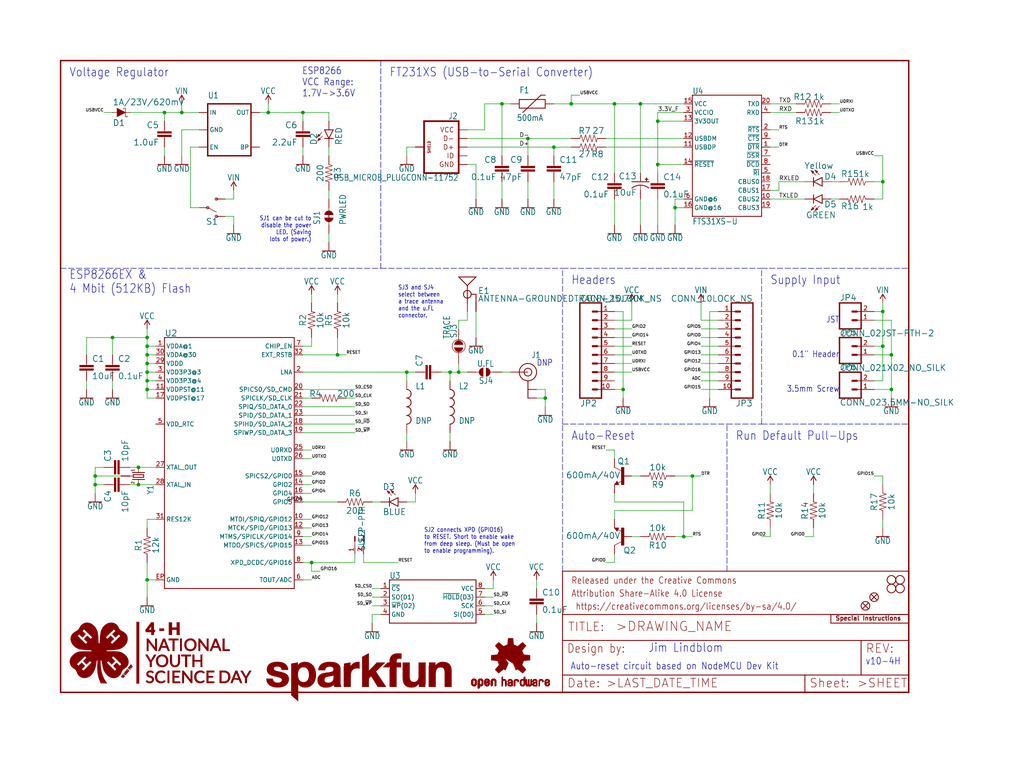
<source format=kicad_sch>
(kicad_sch (version 20211123) (generator eeschema)
  (paper "User" 300.558 226.263)
  (lib_symbols
    (symbol "schematicEagle-eagle-import:0.1UF-0603-25V-(+80{slash}-20%)"
      (property "Reference" "C" (at 1.524 2.921 0))
      (property "Value" "0.1UF-0603-25V-(+80{slash}-20%)" (at 1.524 -2.159 0))
      (symbol "0.1UF-0603-25V-(+80{slash}-20%)_1_0"
        (pin passive line (at 0 5.08 270) (length 2.54) (name "1") (number "1"))
        (pin passive line (at 0 -2.54 90) (length 2.54) (name "2") (number "2"))
      )
    )
    (symbol "schematicEagle-eagle-import:1.0UF-0805-25V-(+80{slash}-20%)"
      (property "Reference" "C" (at 1.524 2.921 0))
      (property "Value" "1.0UF-0805-25V-(+80{slash}-20%)" (at 1.524 -2.159 0))
      (symbol "1.0UF-0805-25V-(+80{slash}-20%)_1_0"
        (pin passive line (at 0 5.08 270) (length 2.54) (name "1") (number "1"))
        (pin passive line (at 0 -2.54 90) (length 2.54) (name "2") (number "2"))
      )
    )
    (symbol "schematicEagle-eagle-import:10KOHM-0603-1{slash}10W-1%"
      (property "Reference" "R" (at 0 1.524 0))
      (property "Value" "10KOHM-0603-1{slash}10W-1%" (at 0 -1.524 0))
      (symbol "10KOHM-0603-1{slash}10W-1%_1_0"
        (pin passive line (at -5.08 0 0) (length 2.54) (name "1") (number "1"))
        (pin passive line (at 5.08 0 180) (length 2.54) (name "2") (number "2"))
      )
    )
    (symbol "schematicEagle-eagle-import:10PF-0603-50V-5%"
      (property "Reference" "C" (at 1.524 2.921 0))
      (property "Value" "10PF-0603-50V-5%" (at 1.524 -2.159 0))
      (symbol "10PF-0603-50V-5%_1_0"
        (pin passive line (at 0 5.08 270) (length 2.54) (name "1") (number "1"))
        (pin passive line (at 0 -2.54 90) (length 2.54) (name "2") (number "2"))
      )
    )
    (symbol "schematicEagle-eagle-import:10UF-0603-6.3V-20%"
      (property "Reference" "C" (at 1.524 2.921 0))
      (property "Value" "10UF-0603-6.3V-20%" (at 1.524 -2.159 0))
      (symbol "10UF-0603-6.3V-20%_1_0"
        (pin passive line (at 0 5.08 270) (length 2.54) (name "1") (number "1"))
        (pin passive line (at 0 -2.54 90) (length 2.54) (name "2") (number "2"))
      )
    )
    (symbol "schematicEagle-eagle-import:10UF-POLAR-EIA3216-16V-10%(TANT)"
      (property "Reference" "C" (at 1.016 0.635 0))
      (property "Value" "10UF-POLAR-EIA3216-16V-10%(TANT)" (at 1.016 -4.191 0))
      (symbol "10UF-POLAR-EIA3216-16V-10%(TANT)_1_0"
        (pin passive line (at 0 2.54 270) (length 2.54) (name "+") (number "+"))
        (pin passive line (at 0 -5.08 90) (length 2.54) (name "-") (number "-"))
      )
    )
    (symbol "schematicEagle-eagle-import:12KOHM-0603-1{slash}10W-1%"
      (property "Reference" "R" (at 0 1.524 0))
      (property "Value" "12KOHM-0603-1{slash}10W-1%" (at 0 -1.524 0))
      (symbol "12KOHM-0603-1{slash}10W-1%_1_0"
        (pin passive line (at -5.08 0 0) (length 2.54) (name "1") (number "1"))
        (pin passive line (at 5.08 0 180) (length 2.54) (name "2") (number "2"))
      )
    )
    (symbol "schematicEagle-eagle-import:1KOHM-0603-1{slash}10W-1%"
      (property "Reference" "R" (at 0 1.524 0))
      (property "Value" "1KOHM-0603-1{slash}10W-1%" (at 0 -1.524 0))
      (symbol "1KOHM-0603-1{slash}10W-1%_1_0"
        (pin passive line (at -5.08 0 0) (length 2.54) (name "1") (number "1"))
        (pin passive line (at 5.08 0 180) (length 2.54) (name "2") (number "2"))
      )
    )
    (symbol "schematicEagle-eagle-import:2.2UF-0603-10V-20%"
      (property "Reference" "C" (at 1.524 2.921 0))
      (property "Value" "2.2UF-0603-10V-20%" (at 1.524 -2.159 0))
      (symbol "2.2UF-0603-10V-20%_1_0"
        (pin passive line (at 0 5.08 270) (length 2.54) (name "1") (number "1"))
        (pin passive line (at 0 -2.54 90) (length 2.54) (name "2") (number "2"))
      )
    )
    (symbol "schematicEagle-eagle-import:200OHM-0603-1{slash}10W-1%"
      (property "Reference" "R" (at 0 1.524 0))
      (property "Value" "200OHM-0603-1{slash}10W-1%" (at 0 -1.524 0))
      (symbol "200OHM-0603-1{slash}10W-1%_1_0"
        (pin passive line (at -5.08 0 0) (length 2.54) (name "1") (number "1"))
        (pin passive line (at 5.08 0 180) (length 2.54) (name "2") (number "2"))
      )
    )
    (symbol "schematicEagle-eagle-import:27OHM-0603-1{slash}10W-1%"
      (property "Reference" "R" (at 0 1.524 0))
      (property "Value" "27OHM-0603-1{slash}10W-1%" (at 0 -1.524 0))
      (symbol "27OHM-0603-1{slash}10W-1%_1_0"
        (pin passive line (at -5.08 0 0) (length 2.54) (name "1") (number "1"))
        (pin passive line (at 5.08 0 180) (length 2.54) (name "2") (number "2"))
      )
    )
    (symbol "schematicEagle-eagle-import:47PF-0603-50V-5%"
      (property "Reference" "C" (at 1.524 2.921 0))
      (property "Value" "47PF-0603-50V-5%" (at 1.524 -2.159 0))
      (symbol "47PF-0603-50V-5%_1_0"
        (pin passive line (at 0 5.08 270) (length 2.54) (name "1") (number "1"))
        (pin passive line (at 0 -2.54 90) (length 2.54) (name "2") (number "2"))
      )
    )
    (symbol "schematicEagle-eagle-import:4H-NYSD-LOGO-1.35IN")
    (symbol "schematicEagle-eagle-import:5.6PF-0603-50V-5%"
      (property "Reference" "C" (at 1.524 2.921 0))
      (property "Value" "5.6PF-0603-50V-5%" (at 1.524 -2.159 0))
      (symbol "5.6PF-0603-50V-5%_1_0"
        (pin passive line (at 0 5.08 270) (length 2.54) (name "1") (number "1"))
        (pin passive line (at 0 -2.54 90) (length 2.54) (name "2") (number "2"))
      )
    )
    (symbol "schematicEagle-eagle-import:ANTENNA-GROUNDEDTRACE-25.7MM"
      (property "Reference" "E" (at 3.048 -5.08 0))
      (property "Value" "ANTENNA-GROUNDEDTRACE-25.7MM" (at 3.048 -7.366 0))
      (symbol "ANTENNA-GROUNDEDTRACE-25.7MM_1_0"
        (pin bidirectional line (at 0 -10.16 90) (length 2.54) (name "SIGNAL") (number "ANT"))
        (pin bidirectional line (at 2.54 -10.16 90) (length 2.54) (name "GND") (number "GND"))
        (pin bidirectional line (at 2.54 -10.16 90) (length 2.54) (name "GND") (number "GND2"))
      )
    )
    (symbol "schematicEagle-eagle-import:AT25SF041-SOIC8"
      (property "Reference" "U" (at -12.7 5.334 0))
      (property "Value" "AT25SF041-SOIC8" (at -12.7 -7.874 0))
      (symbol "AT25SF041-SOIC8_1_0"
        (pin bidirectional line (at -15.24 2.54 0) (length 2.54) (name "~{CS}") (number "1"))
        (pin bidirectional line (at -15.24 0 0) (length 2.54) (name "SO(D1)") (number "2"))
        (pin bidirectional line (at -15.24 -2.54 0) (length 2.54) (name "~{WP}(D2)") (number "3"))
        (pin bidirectional line (at -15.24 -5.08 0) (length 2.54) (name "GND") (number "4"))
        (pin bidirectional line (at 15.24 -5.08 180) (length 2.54) (name "SI(D0)") (number "5"))
        (pin bidirectional line (at 15.24 -2.54 180) (length 2.54) (name "SCK") (number "6"))
        (pin bidirectional line (at 15.24 0 180) (length 2.54) (name "~{HOLD}(D3)") (number "7"))
        (pin bidirectional line (at 15.24 2.54 180) (length 2.54) (name "VCC") (number "8"))
      )
    )
    (symbol "schematicEagle-eagle-import:CONN_021X02_NO_SILK"
      (property "Reference" "J" (at -2.54 5.588 0))
      (property "Value" "CONN_021X02_NO_SILK" (at -2.54 -4.826 0))
      (symbol "CONN_021X02_NO_SILK_1_0"
        (pin passive line (at 7.62 0 180) (length 5.08) (name "1") (number "1"))
        (pin passive line (at 7.62 2.54 180) (length 5.08) (name "2") (number "2"))
      )
    )
    (symbol "schematicEagle-eagle-import:CONN_023.5MM-NO_SILK"
      (property "Reference" "J" (at -2.54 5.588 0))
      (property "Value" "CONN_023.5MM-NO_SILK" (at -2.54 -4.826 0))
      (symbol "CONN_023.5MM-NO_SILK_1_0"
        (pin passive line (at 7.62 0 180) (length 5.08) (name "1") (number "1"))
        (pin passive line (at 7.62 2.54 180) (length 5.08) (name "2") (number "2"))
      )
    )
    (symbol "schematicEagle-eagle-import:CONN_02JST-PTH-2"
      (property "Reference" "J" (at -2.54 5.588 0))
      (property "Value" "CONN_02JST-PTH-2" (at -2.54 -4.826 0))
      (symbol "CONN_02JST-PTH-2_1_0"
        (pin passive line (at 7.62 0 180) (length 5.08) (name "1") (number "1"))
        (pin passive line (at 7.62 2.54 180) (length 5.08) (name "2") (number "2"))
      )
    )
    (symbol "schematicEagle-eagle-import:CONN_10LOCK_NS"
      (property "Reference" "J" (at 0 8.128 0))
      (property "Value" "CONN_10LOCK_NS" (at 0 -22.606 0))
      (symbol "CONN_10LOCK_NS_1_0"
        (pin passive line (at 10.16 -17.78 180) (length 5.08) (name "1") (number "1"))
        (pin passive line (at 10.16 5.08 180) (length 5.08) (name "10") (number "10"))
        (pin passive line (at 10.16 -15.24 180) (length 5.08) (name "2") (number "2"))
        (pin passive line (at 10.16 -12.7 180) (length 5.08) (name "3") (number "3"))
        (pin passive line (at 10.16 -10.16 180) (length 5.08) (name "4") (number "4"))
        (pin passive line (at 10.16 -7.62 180) (length 5.08) (name "5") (number "5"))
        (pin passive line (at 10.16 -5.08 180) (length 5.08) (name "6") (number "6"))
        (pin passive line (at 10.16 -2.54 180) (length 5.08) (name "7") (number "7"))
        (pin passive line (at 10.16 0 180) (length 5.08) (name "8") (number "8"))
        (pin passive line (at 10.16 2.54 180) (length 5.08) (name "9") (number "9"))
      )
    )
    (symbol "schematicEagle-eagle-import:CRYSTAL-GROUNDED3.2X2.5"
      (property "Reference" "Y" (at 2.54 2.54 0))
      (property "Value" "CRYSTAL-GROUNDED3.2X2.5" (at 2.54 -2.54 0))
      (symbol "CRYSTAL-GROUNDED3.2X2.5_1_0"
        (text "1" (at -2.159 -1.143 0) (effects (font (size 0.8636 0.734)) (justify left bottom)))
        (text "2" (at 1.524 -1.143 0) (effects (font (size 0.8636 0.734)) (justify left bottom)))
        (pin passive line (at -2.54 0 0) (length 0) (name "1") (number "1"))
        (pin passive line (at 0 -5.08 90) (length 2.54) (name "GND") (number "2"))
        (pin passive line (at 2.54 0 180) (length 0) (name "2") (number "3"))
        (pin passive line (at 0 -5.08 90) (length 2.54) (name "GND") (number "4"))
      )
    )
    (symbol "schematicEagle-eagle-import:DIODE-SCHOTTKY-BAT20J"
      (property "Reference" "D" (at -2.54 2.032 0))
      (property "Value" "DIODE-SCHOTTKY-BAT20J" (at -2.54 -2.032 0))
      (symbol "DIODE-SCHOTTKY-BAT20J_1_0"
        (pin passive line (at -2.54 0 0) (length 0) (name "A") (number "A"))
        (pin passive line (at 2.54 0 180) (length 0) (name "C") (number "C"))
      )
    )
    (symbol "schematicEagle-eagle-import:ESP8266"
      (property "Reference" "U" (at -20.32 38.354 0))
      (property "Value" "ESP8266" (at -20.32 -35.814 0))
      (symbol "ESP8266_1_0"
        (pin bidirectional line (at -22.86 35.56 0) (length 2.54) (name "VDDA@1") (number "1"))
        (pin bidirectional line (at 20.32 -15.24 180) (length 2.54) (name "MTDI/SPIQ/GPIO12") (number "10"))
        (pin bidirectional line (at -22.86 22.86 0) (length 2.54) (name "VDDPST@11") (number "11"))
        (pin bidirectional line (at 20.32 -17.78 180) (length 2.54) (name "MTCK/SPID/GPIO13") (number "12"))
        (pin bidirectional line (at 20.32 -22.86 180) (length 2.54) (name "MTDO/SPICS/GPIO15") (number "13"))
        (pin bidirectional line (at 20.32 -5.08 180) (length 2.54) (name "GPIO2") (number "14"))
        (pin bidirectional line (at 20.32 -2.54 180) (length 2.54) (name "SPICS2/GPIO0") (number "15"))
        (pin bidirectional line (at 20.32 -7.62 180) (length 2.54) (name "GPIO4") (number "16"))
        (pin bidirectional line (at -22.86 20.32 0) (length 2.54) (name "VDDPST@17") (number "17"))
        (pin bidirectional line (at 20.32 12.7 180) (length 2.54) (name "SPIHD/SD_DATA_2") (number "18"))
        (pin bidirectional line (at 20.32 10.16 180) (length 2.54) (name "SPIWP/SD_DATA_3") (number "19"))
        (pin bidirectional line (at 20.32 27.94 180) (length 2.54) (name "LNA") (number "2"))
        (pin bidirectional line (at 20.32 22.86 180) (length 2.54) (name "SPICS0/SD_CMD") (number "20"))
        (pin bidirectional line (at 20.32 20.32 180) (length 2.54) (name "SPICLK/SD_CLK") (number "21"))
        (pin bidirectional line (at 20.32 17.78 180) (length 2.54) (name "SPIQ/SD_DATA_0") (number "22"))
        (pin bidirectional line (at 20.32 15.24 180) (length 2.54) (name "SPID/SD_DATA_1") (number "23"))
        (pin bidirectional line (at 20.32 -10.16 180) (length 2.54) (name "GPIO5") (number "24"))
        (pin bidirectional line (at 20.32 5.08 180) (length 2.54) (name "U0RXD") (number "25"))
        (pin bidirectional line (at 20.32 2.54 180) (length 2.54) (name "U0TXD") (number "26"))
        (pin bidirectional line (at -22.86 0 0) (length 2.54) (name "XTAL_OUT") (number "27"))
        (pin bidirectional line (at -22.86 -5.08 0) (length 2.54) (name "XTAL_IN") (number "28"))
        (pin bidirectional line (at -22.86 30.48 0) (length 2.54) (name "VDDD") (number "29"))
        (pin bidirectional line (at -22.86 27.94 0) (length 2.54) (name "VDD3P3@3") (number "3"))
        (pin bidirectional line (at -22.86 33.02 0) (length 2.54) (name "VDDA@30") (number "30"))
        (pin bidirectional line (at -22.86 -15.24 0) (length 2.54) (name "RES12K") (number "31"))
        (pin bidirectional line (at 20.32 33.02 180) (length 2.54) (name "EXT_RSTB") (number "32"))
        (pin bidirectional line (at -22.86 25.4 0) (length 2.54) (name "VDD3P3@4") (number "4"))
        (pin bidirectional line (at -22.86 12.7 0) (length 2.54) (name "VDD_RTC") (number "5"))
        (pin bidirectional line (at 20.32 -33.02 180) (length 2.54) (name "TOUT/ADC") (number "6"))
        (pin bidirectional line (at 20.32 35.56 180) (length 2.54) (name "CHIP_EN") (number "7"))
        (pin bidirectional line (at 20.32 -27.94 180) (length 2.54) (name "XPD_DCDC/GPIO16") (number "8"))
        (pin bidirectional line (at 20.32 -20.32 180) (length 2.54) (name "MTMS/SPICLK/GPIO14") (number "9"))
        (pin bidirectional line (at -22.86 -33.02 0) (length 2.54) (name "GND") (number "EP"))
      )
    )
    (symbol "schematicEagle-eagle-import:FIDUCIAL1X2")
    (symbol "schematicEagle-eagle-import:FRAME-LETTER"
      (symbol "FRAME-LETTER_2_0"
        (text " https://creativecommons.org/licenses/by-sa/4.0/" (at 2.54 24.13 0) (effects (font (size 1.9304 1.6408)) (justify left bottom)))
        (text ">DRAWING_NAME" (at 15.494 17.78 0) (effects (font (size 2.7432 2.7432)) (justify left bottom)))
        (text ">LAST_DATE_TIME" (at 12.7 1.27 0) (effects (font (size 2.54 2.54)) (justify left bottom)))
        (text ">SHEET" (at 86.36 1.27 0) (effects (font (size 2.54 2.54)) (justify left bottom)))
        (text "Attribution Share-Alike 4.0 License" (at 2.54 27.94 0) (effects (font (size 1.9304 1.6408)) (justify left bottom)))
        (text "Date:" (at 1.27 1.27 0) (effects (font (size 2.54 2.54)) (justify left bottom)))
        (text "Design by:" (at 1.27 11.43 0) (effects (font (size 2.54 2.159)) (justify left bottom)))
        (text "Released under the Creative Commons" (at 2.54 31.75 0) (effects (font (size 1.9304 1.6408)) (justify left bottom)))
        (text "REV:" (at 88.9 11.43 0) (effects (font (size 2.54 2.54)) (justify left bottom)))
        (text "Sheet:" (at 72.39 1.27 0) (effects (font (size 2.54 2.54)) (justify left bottom)))
        (text "TITLE:" (at 1.524 17.78 0) (effects (font (size 2.54 2.54)) (justify left bottom)))
      )
    )
    (symbol "schematicEagle-eagle-import:FT231XS"
      (property "Reference" "U" (at -10.16 18.034 0))
      (property "Value" "FT231XS" (at -10.16 -18.288 0))
      (symbol "FT231XS_1_0"
        (pin bidirectional line (at 12.7 2.54 180) (length 2.54) (name "~{DTR}") (number "1"))
        (pin bidirectional line (at 12.7 -12.7 180) (length 2.54) (name "CBUS2") (number "10"))
        (pin bidirectional line (at -12.7 2.54 0) (length 2.54) (name "USBDP") (number "11"))
        (pin bidirectional line (at -12.7 5.08 0) (length 2.54) (name "USBDM") (number "12"))
        (pin bidirectional line (at -12.7 10.16 0) (length 2.54) (name "3V3OUT") (number "13"))
        (pin bidirectional line (at -12.7 -2.54 0) (length 2.54) (name "~{RESET}") (number "14"))
        (pin bidirectional line (at -12.7 15.24 0) (length 2.54) (name "VCC") (number "15"))
        (pin bidirectional line (at -12.7 -15.24 0) (length 2.54) (name "GND@16") (number "16"))
        (pin bidirectional line (at 12.7 -10.16 180) (length 2.54) (name "CBUS1") (number "17"))
        (pin bidirectional line (at 12.7 -7.62 180) (length 2.54) (name "CBUS0") (number "18"))
        (pin bidirectional line (at 12.7 -15.24 180) (length 2.54) (name "CBUS3") (number "19"))
        (pin bidirectional line (at 12.7 7.62 180) (length 2.54) (name "~{RTS}") (number "2"))
        (pin bidirectional line (at 12.7 15.24 180) (length 2.54) (name "TXD") (number "20"))
        (pin bidirectional line (at -12.7 12.7 0) (length 2.54) (name "VCCIO") (number "3"))
        (pin bidirectional line (at 12.7 12.7 180) (length 2.54) (name "RXD") (number "4"))
        (pin bidirectional line (at 12.7 -5.08 180) (length 2.54) (name "~{RI}") (number "5"))
        (pin bidirectional line (at -12.7 -12.7 0) (length 2.54) (name "GND@6") (number "6"))
        (pin bidirectional line (at 12.7 0 180) (length 2.54) (name "~{DSR}") (number "7"))
        (pin bidirectional line (at 12.7 -2.54 180) (length 2.54) (name "~{DCD}") (number "8"))
        (pin bidirectional line (at 12.7 5.08 180) (length 2.54) (name "~{CTS}") (number "9"))
      )
    )
    (symbol "schematicEagle-eagle-import:GND" (power)
      (property "Value" "GND" (at 0 -0.254 0))
      (symbol "GND_1_0"
        (pin power_in line (at 0 2.54 270) (length 2.54) (name "GND") (number "1"))
      )
    )
    (symbol "schematicEagle-eagle-import:INDUCTOR0603"
      (property "Reference" "L" (at 2.54 5.08 0))
      (property "Value" "INDUCTOR0603" (at 2.54 -5.08 0))
      (symbol "INDUCTOR0603_1_0"
        (pin passive line (at 0 7.62 270) (length 2.54) (name "1") (number "1"))
        (pin passive line (at 0 -7.62 90) (length 2.54) (name "2") (number "2"))
      )
    )
    (symbol "schematicEagle-eagle-import:JUMPER-PAD-2-NC_BY_PASTENO-SILK"
      (property "Reference" "SJ" (at -2.54 2.54 0))
      (property "Value" "JUMPER-PAD-2-NC_BY_PASTENO-SILK" (at -2.54 -5.08 0))
      (symbol "JUMPER-PAD-2-NC_BY_PASTENO-SILK_1_0"
        (pin passive line (at -5.08 0 0) (length 2.54) (name "1") (number "1"))
        (pin passive line (at 5.08 0 180) (length 2.54) (name "2") (number "2"))
      )
    )
    (symbol "schematicEagle-eagle-import:JUMPER-PAD-2-NC_BY_TRACE"
      (property "Reference" "SJ" (at -2.54 2.54 0))
      (property "Value" "JUMPER-PAD-2-NC_BY_TRACE" (at -2.54 -5.08 0))
      (symbol "JUMPER-PAD-2-NC_BY_TRACE_1_0"
        (pin passive line (at -5.08 0 0) (length 2.54) (name "1") (number "1"))
        (pin passive line (at 5.08 0 180) (length 2.54) (name "2") (number "2"))
      )
    )
    (symbol "schematicEagle-eagle-import:JUMPER-PAD-2-NO"
      (property "Reference" "SJ" (at -2.54 2.54 0))
      (property "Value" "JUMPER-PAD-2-NO" (at -2.54 -5.08 0))
      (symbol "JUMPER-PAD-2-NO_1_0"
        (pin passive line (at -5.08 0 0) (length 2.54) (name "1") (number "1"))
        (pin passive line (at 5.08 0 180) (length 2.54) (name "2") (number "2"))
      )
    )
    (symbol "schematicEagle-eagle-import:JUMPER-PTH-2-NO"
      (property "Reference" "SJ" (at -1.27 0 90))
      (property "Value" "JUMPER-PTH-2-NO" (at 5.715 0 90))
      (symbol "JUMPER-PTH-2-NO_1_0"
        (pin passive line (at 0 -2.54 90) (length 2.54) (name "1") (number "1"))
        (pin passive line (at 2.54 -2.54 90) (length 2.54) (name "2") (number "2"))
      )
    )
    (symbol "schematicEagle-eagle-import:LED-BLUE0603"
      (property "Reference" "D" (at -3.429 -4.572 90))
      (property "Value" "LED-BLUE0603" (at 1.905 -4.572 90))
      (symbol "LED-BLUE0603_1_0"
        (pin passive line (at 0 2.54 270) (length 2.54) (name "A") (number "A"))
        (pin passive line (at 0 -5.08 90) (length 2.54) (name "C") (number "C"))
      )
    )
    (symbol "schematicEagle-eagle-import:LED-GREEN0603"
      (property "Reference" "D" (at -3.429 -4.572 90))
      (property "Value" "LED-GREEN0603" (at 1.905 -4.572 90))
      (symbol "LED-GREEN0603_1_0"
        (pin passive line (at 0 2.54 270) (length 2.54) (name "A") (number "A"))
        (pin passive line (at 0 -5.08 90) (length 2.54) (name "C") (number "C"))
      )
    )
    (symbol "schematicEagle-eagle-import:LED-RED0603"
      (property "Reference" "D" (at -3.429 -4.572 90))
      (property "Value" "LED-RED0603" (at 1.905 -4.572 90))
      (symbol "LED-RED0603_1_0"
        (pin passive line (at 0 2.54 270) (length 2.54) (name "A") (number "A"))
        (pin passive line (at 0 -5.08 90) (length 2.54) (name "C") (number "C"))
      )
    )
    (symbol "schematicEagle-eagle-import:LED-YELLOW0603"
      (property "Reference" "D" (at -3.429 -4.572 90))
      (property "Value" "LED-YELLOW0603" (at 1.905 -4.572 90))
      (symbol "LED-YELLOW0603_1_0"
        (pin passive line (at 0 2.54 270) (length 2.54) (name "A") (number "A"))
        (pin passive line (at 0 -5.08 90) (length 2.54) (name "C") (number "C"))
      )
    )
    (symbol "schematicEagle-eagle-import:OSHW-LOGOS")
    (symbol "schematicEagle-eagle-import:PTCSMD"
      (property "Reference" "F" (at -2.54 3.048 0))
      (property "Value" "PTCSMD" (at -3.302 -5.08 0))
      (symbol "PTCSMD_1_0"
        (pin bidirectional line (at -5.08 0 0) (length 2.54) (name "1") (number "1"))
        (pin bidirectional line (at 7.62 0 180) (length 2.54) (name "2") (number "2"))
      )
    )
    (symbol "schematicEagle-eagle-import:SFE_LOGO_NAME.2_INCH")
    (symbol "schematicEagle-eagle-import:SPECIAL_INSTRUCTIONS-ORDERING"
      (symbol "SPECIAL_INSTRUCTIONS-ORDERING_1_0"
        (text "Special Instructions" (at 1.27 0.6985 0) (effects (font (size 1.27 1.27) (thickness 0.254) bold) (justify left bottom)))
      )
    )
    (symbol "schematicEagle-eagle-import:STAND-OFF")
    (symbol "schematicEagle-eagle-import:SWITCH-SPDT-SMD-RIGHT-ANGLE"
      (property "Reference" "S" (at 1.27 3.048 0))
      (property "Value" "SWITCH-SPDT-SMD-RIGHT-ANGLE" (at 1.016 -3.302 0))
      (symbol "SWITCH-SPDT-SMD-RIGHT-ANGLE_1_0"
        (pin passive line (at 5.08 2.54 180) (length 2.54) (name "O") (number "1"))
        (pin passive line (at -2.54 0 0) (length 2.54) (name "P") (number "2"))
        (pin passive line (at 5.08 -2.54 180) (length 2.54) (name "S") (number "3"))
      )
    )
    (symbol "schematicEagle-eagle-import:TRANS_NPN-MMBT2222AL"
      (property "Reference" "Q" (at 2.54 0 0))
      (property "Value" "TRANS_NPN-MMBT2222AL" (at 2.54 -2.286 0))
      (symbol "TRANS_NPN-MMBT2222AL_1_0"
        (pin passive line (at -2.54 0 0) (length 2.54) (name "B") (number "1"))
        (pin passive line (at 2.54 -5.08 90) (length 2.54) (name "E") (number "2"))
        (pin passive line (at 2.54 5.08 270) (length 2.54) (name "C") (number "3"))
      )
    )
    (symbol "schematicEagle-eagle-import:U.FL"
      (property "Reference" "J" (at -3.81 4.064 0))
      (symbol "U.FL_1_0"
        (pin bidirectional line (at -2.54 -5.08 0) (length 2.54) (name "GND@0") (number "P$1"))
        (pin bidirectional line (at -2.54 -7.62 0) (length 2.54) (name "GND@1") (number "P$2"))
        (pin bidirectional line (at 5.08 0 180) (length 5.08) (name "SIGNAL") (number "P$3"))
      )
    )
    (symbol "schematicEagle-eagle-import:USB_MICROB_PLUGCONN-11752"
      (property "Reference" "J" (at -4.826 8.128 0))
      (property "Value" "USB_MICROB_PLUGCONN-11752" (at -5.08 -9.906 0))
      (symbol "USB_MICROB_PLUGCONN-11752_1_0"
        (text "D+" (at -3.81 0 0) (effects (font (size 1.4224 1.4224)) (justify left)))
        (text "D-" (at -3.81 2.54 0) (effects (font (size 1.4224 1.4224)) (justify left)))
        (text "GND" (at -3.81 -5.08 0) (effects (font (size 1.4224 1.4224)) (justify left)))
        (text "ID" (at -3.81 -2.54 0) (effects (font (size 1.4224 1.4224)) (justify left)))
        (text "SHIELD" (at 4.064 0 900) (effects (font (size 0.8128 0.6908)) (justify bottom)))
        (text "VCC" (at -3.81 5.08 0) (effects (font (size 1.4224 1.4224)) (justify left)))
        (pin bidirectional line (at -7.62 0 0) (length 2.54) (name "D+") (number "D+"))
        (pin bidirectional line (at -7.62 2.54 0) (length 2.54) (name "D-") (number "D-"))
        (pin bidirectional line (at -7.62 -5.08 0) (length 2.54) (name "GND") (number "GND"))
        (pin bidirectional line (at -7.62 -2.54 0) (length 2.54) (name "ID") (number "ID"))
        (pin bidirectional line (at 7.62 0 180) (length 2.54) (name "SHIELD") (number "SHIELD1"))
        (pin bidirectional line (at 7.62 0 180) (length 2.54) (name "SHIELD") (number "SHIELD2"))
        (pin bidirectional line (at 7.62 0 180) (length 2.54) (name "SHIELD") (number "SHIELD3"))
        (pin bidirectional line (at -7.62 5.08 0) (length 2.54) (name "VCC") (number "VBUS"))
      )
    )
    (symbol "schematicEagle-eagle-import:VCC" (power)
      (property "Value" "VCC" (at 0 2.794 0))
      (symbol "VCC_1_0"
        (pin power_in line (at 0 0 90) (length 2.54) (name "VCC") (number "1"))
      )
    )
    (symbol "schematicEagle-eagle-import:VIN" (power)
      (property "Value" "VIN" (at 0 2.794 0))
      (symbol "VIN_1_0"
        (pin power_in line (at 0 0 90) (length 2.54) (name "VIN") (number "1"))
      )
    )
    (symbol "schematicEagle-eagle-import:V_REG_LDOSMD"
      (property "Reference" "U" (at -7.62 9.144 0))
      (property "Value" "V_REG_LDOSMD" (at -7.62 -11.43 0))
      (symbol "V_REG_LDOSMD_1_0"
        (pin input line (at -10.16 5.08 0) (length 2.54) (name "IN") (number "1"))
        (pin input line (at -10.16 0 0) (length 2.54) (name "GND") (number "2"))
        (pin input line (at -10.16 -5.08 0) (length 2.54) (name "EN") (number "3"))
        (pin input line (at 7.62 -5.08 180) (length 2.54) (name "BP") (number "4"))
        (pin passive line (at 7.62 5.08 180) (length 2.54) (name "OUT") (number "5"))
      )
    )
  )
  (junction (at 154.94 40.64))
  (junction (at 162.56 43.18))
  (junction (at 180.34 30.48))
  (junction (at 259.08 101.6))
  (junction (at 147.32 30.48))
  (junction (at 193.04 48.26))
  (junction (at 182.88 114.3))
  (junction (at 43.18 101.6))
  (junction (at 119.38 109.22))
  (junction (at 160.02 116.84))
  (junction (at 43.18 106.68))
  (junction (at 78.74 33.02))
  (junction (at 259.08 53.34))
  (junction (at 203.2 139.7))
  (junction (at 193.04 35.56))
  (junction (at 134.62 109.22))
  (junction (at 40.64 137.16))
  (junction (at 187.96 30.48))
  (junction (at 99.06 104.14))
  (junction (at 53.34 33.02))
  (junction (at 259.08 91.44))
  (junction (at 43.18 104.14))
  (junction (at 198.12 60.96))
  (junction (at 43.18 170.18))
  (junction (at 261.62 114.3))
  (junction (at 43.18 109.22))
  (junction (at 43.18 111.76))
  (junction (at 91.44 165.1))
  (junction (at 40.64 142.24))
  (junction (at 48.26 33.02))
  (junction (at 132.08 109.22))
  (junction (at 261.62 104.14))
  (junction (at 27.94 142.24))
  (junction (at 33.02 99.06))
  (junction (at 200.66 157.48))
  (junction (at 43.18 114.3))
  (junction (at 27.94 139.7))
  (junction (at 167.64 30.48))
  (junction (at 88.9 33.02))
  (junction (at 43.18 99.06))
  (wire (pts (xy 200.66 157.48) (xy 200.66 147.32)))
  (wire (pts (xy 261.62 104.14) (xy 261.62 114.3)))
  (wire (pts (xy 101.6 116.84) (xy 104.14 116.84)))
  (wire (pts (xy 119.38 147.32) (xy 121.92 147.32)))
  (wire (pts (xy 119.38 129.54) (xy 119.38 127)))
  (wire (pts (xy 180.34 96.52) (xy 185.42 96.52)))
  (wire (pts (xy 96.52 58.42) (xy 96.52 55.88)))
  (wire (pts (xy 88.9 154.94) (xy 91.44 154.94)))
  (wire (pts (xy 243.84 30.48) (xy 246.38 30.48)))
  (wire (pts (xy 43.18 170.18) (xy 43.18 165.1)))
  (wire (pts (xy 154.94 58.42) (xy 154.94 53.34)))
  (polyline (pts (xy 165.1 78.74) (xy 223.52 78.74)))
  (wire (pts (xy 76.2 33.02) (xy 78.74 33.02)))
  (wire (pts (xy 68.58 66.04) (xy 68.58 63.5)))
  (wire (pts (xy 55.88 60.96) (xy 58.42 60.96)))
  (wire (pts (xy 193.04 48.26) (xy 193.04 35.56)))
  (wire (pts (xy 48.26 43.18) (xy 48.26 45.72)))
  (wire (pts (xy 226.06 30.48) (xy 233.68 30.48)))
  (wire (pts (xy 43.18 104.14) (xy 43.18 101.6)))
  (wire (pts (xy 180.34 30.48) (xy 187.96 30.48)))
  (wire (pts (xy 210.82 109.22) (xy 205.74 109.22)))
  (wire (pts (xy 154.94 40.64) (xy 137.16 40.64)))
  (wire (pts (xy 160.02 114.3) (xy 160.02 116.84)))
  (wire (pts (xy 119.38 109.22) (xy 119.38 111.76)))
  (wire (pts (xy 137.16 93.98) (xy 137.16 91.44)))
  (wire (pts (xy 200.66 58.42) (xy 198.12 58.42)))
  (wire (pts (xy 104.14 165.1) (xy 91.44 165.1)))
  (wire (pts (xy 210.82 101.6) (xy 205.74 101.6)))
  (wire (pts (xy 200.66 40.64) (xy 177.8 40.64)))
  (wire (pts (xy 162.56 30.48) (xy 167.64 30.48)))
  (wire (pts (xy 203.2 139.7) (xy 205.74 139.7)))
  (wire (pts (xy 104.14 127) (xy 88.9 127)))
  (wire (pts (xy 88.9 101.6) (xy 91.44 101.6)))
  (wire (pts (xy 180.34 106.68) (xy 185.42 106.68)))
  (wire (pts (xy 193.04 35.56) (xy 200.66 35.56)))
  (wire (pts (xy 238.76 154.94) (xy 238.76 157.48)))
  (wire (pts (xy 58.42 43.18) (xy 55.88 43.18)))
  (wire (pts (xy 45.72 104.14) (xy 43.18 104.14)))
  (wire (pts (xy 121.92 43.18) (xy 119.38 43.18)))
  (wire (pts (xy 99.06 104.14) (xy 99.06 99.06)))
  (wire (pts (xy 180.34 91.44) (xy 182.88 91.44)))
  (wire (pts (xy 228.6 55.88) (xy 228.6 53.34)))
  (wire (pts (xy 256.54 91.44) (xy 259.08 91.44)))
  (wire (pts (xy 99.06 86.36) (xy 99.06 88.9)))
  (wire (pts (xy 45.72 109.22) (xy 43.18 109.22)))
  (wire (pts (xy 210.82 96.52) (xy 205.74 96.52)))
  (wire (pts (xy 111.76 177.8) (xy 109.22 177.8)))
  (wire (pts (xy 111.76 172.72) (xy 109.22 172.72)))
  (wire (pts (xy 88.9 144.78) (xy 91.44 144.78)))
  (wire (pts (xy 259.08 53.34) (xy 259.08 58.42)))
  (wire (pts (xy 205.74 93.98) (xy 205.74 88.9)))
  (wire (pts (xy 256.54 93.98) (xy 261.62 93.98)))
  (wire (pts (xy 88.9 45.72) (xy 88.9 43.18)))
  (wire (pts (xy 109.22 180.34) (xy 109.22 182.88)))
  (wire (pts (xy 134.62 109.22) (xy 137.16 109.22)))
  (wire (pts (xy 30.48 137.16) (xy 27.94 137.16)))
  (wire (pts (xy 88.9 147.32) (xy 99.06 147.32)))
  (wire (pts (xy 226.06 157.48) (xy 223.52 157.48)))
  (wire (pts (xy 180.34 134.62) (xy 180.34 132.08)))
  (wire (pts (xy 226.06 142.24) (xy 226.06 144.78)))
  (polyline (pts (xy 223.52 124.46) (xy 223.52 78.74)))
  (wire (pts (xy 104.14 162.56) (xy 104.14 165.1)))
  (wire (pts (xy 134.62 93.98) (xy 137.16 93.98)))
  (wire (pts (xy 40.64 142.24) (xy 45.72 142.24)))
  (wire (pts (xy 55.88 43.18) (xy 55.88 60.96)))
  (wire (pts (xy 25.4 99.06) (xy 33.02 99.06)))
  (wire (pts (xy 88.9 152.4) (xy 91.44 152.4)))
  (wire (pts (xy 43.18 114.3) (xy 43.18 111.76)))
  (polyline (pts (xy 165.1 124.46) (xy 213.36 124.46)))
  (wire (pts (xy 162.56 43.18) (xy 137.16 43.18)))
  (wire (pts (xy 167.64 27.94) (xy 170.18 27.94)))
  (wire (pts (xy 167.64 30.48) (xy 167.64 27.94)))
  (wire (pts (xy 210.82 114.3) (xy 205.74 114.3)))
  (wire (pts (xy 88.9 170.18) (xy 91.44 170.18)))
  (wire (pts (xy 40.64 137.16) (xy 45.72 137.16)))
  (wire (pts (xy 187.96 139.7) (xy 185.42 139.7)))
  (wire (pts (xy 259.08 53.34) (xy 259.08 45.72)))
  (wire (pts (xy 88.9 157.48) (xy 91.44 157.48)))
  (polyline (pts (xy 165.1 124.46) (xy 165.1 78.74)))
  (wire (pts (xy 144.78 172.72) (xy 144.78 170.18)))
  (wire (pts (xy 259.08 91.44) (xy 259.08 88.9)))
  (wire (pts (xy 160.02 119.38) (xy 160.02 116.84)))
  (wire (pts (xy 134.62 109.22) (xy 134.62 106.68)))
  (wire (pts (xy 33.02 104.14) (xy 33.02 99.06)))
  (wire (pts (xy 43.18 116.84) (xy 43.18 114.3)))
  (wire (pts (xy 180.34 165.1) (xy 177.8 165.1)))
  (wire (pts (xy 43.18 106.68) (xy 43.18 104.14)))
  (wire (pts (xy 142.24 175.26) (xy 144.78 175.26)))
  (wire (pts (xy 226.06 38.1) (xy 228.6 38.1)))
  (wire (pts (xy 180.34 149.86) (xy 203.2 149.86)))
  (wire (pts (xy 119.38 43.18) (xy 119.38 45.72)))
  (wire (pts (xy 180.34 152.4) (xy 180.34 149.86)))
  (wire (pts (xy 259.08 45.72) (xy 256.54 45.72)))
  (wire (pts (xy 228.6 53.34) (xy 236.22 53.34)))
  (wire (pts (xy 104.14 121.92) (xy 88.9 121.92)))
  (wire (pts (xy 226.06 43.18) (xy 228.6 43.18)))
  (wire (pts (xy 132.08 109.22) (xy 134.62 109.22)))
  (wire (pts (xy 203.2 149.86) (xy 203.2 139.7)))
  (polyline (pts (xy 111.76 78.74) (xy 165.1 78.74)))
  (wire (pts (xy 43.18 101.6) (xy 43.18 99.06)))
  (wire (pts (xy 180.34 93.98) (xy 185.42 93.98)))
  (wire (pts (xy 111.76 147.32) (xy 109.22 147.32)))
  (wire (pts (xy 180.34 147.32) (xy 180.34 144.78)))
  (wire (pts (xy 91.44 101.6) (xy 91.44 99.06)))
  (wire (pts (xy 167.64 40.64) (xy 154.94 40.64)))
  (wire (pts (xy 180.34 114.3) (xy 182.88 114.3)))
  (wire (pts (xy 45.72 170.18) (xy 43.18 170.18)))
  (wire (pts (xy 78.74 33.02) (xy 88.9 33.02)))
  (wire (pts (xy 142.24 38.1) (xy 137.16 38.1)))
  (wire (pts (xy 134.62 96.52) (xy 134.62 93.98)))
  (wire (pts (xy 99.06 104.14) (xy 88.9 104.14)))
  (wire (pts (xy 27.94 137.16) (xy 27.94 139.7)))
  (wire (pts (xy 45.72 116.84) (xy 43.18 116.84)))
  (wire (pts (xy 259.08 154.94) (xy 259.08 152.4)))
  (wire (pts (xy 238.76 157.48) (xy 236.22 157.48)))
  (wire (pts (xy 91.44 86.36) (xy 91.44 88.9)))
  (polyline (pts (xy 213.36 167.64) (xy 213.36 124.46)))
  (wire (pts (xy 35.56 139.7) (xy 27.94 139.7)))
  (wire (pts (xy 119.38 109.22) (xy 121.92 109.22)))
  (wire (pts (xy 208.28 91.44) (xy 208.28 116.84)))
  (wire (pts (xy 259.08 139.7) (xy 256.54 139.7)))
  (wire (pts (xy 193.04 35.56) (xy 193.04 33.02)))
  (wire (pts (xy 45.72 106.68) (xy 43.18 106.68)))
  (wire (pts (xy 43.18 170.18) (xy 43.18 175.26)))
  (wire (pts (xy 88.9 160.02) (xy 91.44 160.02)))
  (wire (pts (xy 139.7 91.44) (xy 139.7 99.06)))
  (wire (pts (xy 142.24 177.8) (xy 144.78 177.8)))
  (wire (pts (xy 139.7 48.26) (xy 139.7 58.42)))
  (wire (pts (xy 198.12 157.48) (xy 200.66 157.48)))
  (wire (pts (xy 256.54 114.3) (xy 261.62 114.3)))
  (wire (pts (xy 256.54 104.14) (xy 261.62 104.14)))
  (wire (pts (xy 210.82 106.68) (xy 205.74 106.68)))
  (wire (pts (xy 111.76 175.26) (xy 109.22 175.26)))
  (wire (pts (xy 45.72 152.4) (xy 43.18 152.4)))
  (wire (pts (xy 246.38 53.34) (xy 243.84 53.34)))
  (wire (pts (xy 53.34 38.1) (xy 53.34 45.72)))
  (wire (pts (xy 187.96 66.04) (xy 187.96 58.42)))
  (wire (pts (xy 88.9 132.08) (xy 91.44 132.08)))
  (wire (pts (xy 256.54 53.34) (xy 259.08 53.34)))
  (wire (pts (xy 88.9 33.02) (xy 88.9 35.56)))
  (wire (pts (xy 193.04 33.02) (xy 200.66 33.02)))
  (wire (pts (xy 53.34 33.02) (xy 53.34 30.48)))
  (wire (pts (xy 180.34 132.08) (xy 177.8 132.08)))
  (wire (pts (xy 200.66 43.18) (xy 177.8 43.18)))
  (wire (pts (xy 198.12 139.7) (xy 203.2 139.7)))
  (wire (pts (xy 45.72 114.3) (xy 43.18 114.3)))
  (wire (pts (xy 43.18 152.4) (xy 43.18 154.94)))
  (wire (pts (xy 193.04 48.26) (xy 200.66 48.26)))
  (wire (pts (xy 106.68 165.1) (xy 116.84 165.1)))
  (wire (pts (xy 198.12 60.96) (xy 198.12 66.04)))
  (wire (pts (xy 162.56 43.18) (xy 162.56 45.72)))
  (wire (pts (xy 43.18 111.76) (xy 43.18 109.22)))
  (wire (pts (xy 182.88 91.44) (xy 182.88 114.3)))
  (wire (pts (xy 157.48 182.88) (xy 157.48 180.34)))
  (wire (pts (xy 210.82 91.44) (xy 208.28 91.44)))
  (wire (pts (xy 180.34 162.56) (xy 180.34 165.1)))
  (wire (pts (xy 78.74 33.02) (xy 78.74 30.48)))
  (wire (pts (xy 88.9 134.62) (xy 91.44 134.62)))
  (wire (pts (xy 160.02 116.84) (xy 157.48 116.84)))
  (wire (pts (xy 142.24 172.72) (xy 144.78 172.72)))
  (wire (pts (xy 157.48 170.18) (xy 157.48 172.72)))
  (wire (pts (xy 193.04 66.04) (xy 193.04 58.42)))
  (wire (pts (xy 147.32 109.22) (xy 149.86 109.22)))
  (wire (pts (xy 185.42 93.98) (xy 185.42 88.9)))
  (wire (pts (xy 261.62 114.3) (xy 261.62 116.84)))
  (wire (pts (xy 43.18 109.22) (xy 43.18 106.68)))
  (wire (pts (xy 58.42 33.02) (xy 53.34 33.02)))
  (polyline (pts (xy 17.78 78.74) (xy 111.76 78.74)))
  (wire (pts (xy 180.34 104.14) (xy 185.42 104.14)))
  (wire (pts (xy 167.64 30.48) (xy 180.34 30.48)))
  (wire (pts (xy 200.66 60.96) (xy 198.12 60.96)))
  (wire (pts (xy 88.9 33.02) (xy 96.52 33.02)))
  (wire (pts (xy 259.08 142.24) (xy 259.08 139.7)))
  (wire (pts (xy 91.44 165.1) (xy 88.9 165.1)))
  (wire (pts (xy 180.34 109.22) (xy 185.42 109.22)))
  (wire (pts (xy 104.14 124.46) (xy 88.9 124.46)))
  (wire (pts (xy 238.76 142.24) (xy 238.76 144.78)))
  (wire (pts (xy 48.26 33.02) (xy 38.1 33.02)))
  (wire (pts (xy 33.02 33.02) (xy 30.48 33.02)))
  (wire (pts (xy 198.12 58.42) (xy 198.12 60.96)))
  (wire (pts (xy 167.64 43.18) (xy 162.56 43.18)))
  (wire (pts (xy 259.08 101.6) (xy 259.08 91.44)))
  (wire (pts (xy 45.72 101.6) (xy 43.18 101.6)))
  (wire (pts (xy 104.14 114.3) (xy 88.9 114.3)))
  (wire (pts (xy 180.34 50.8) (xy 180.34 30.48)))
  (wire (pts (xy 27.94 139.7) (xy 27.94 142.24)))
  (wire (pts (xy 187.96 157.48) (xy 185.42 157.48)))
  (wire (pts (xy 147.32 45.72) (xy 147.32 30.48)))
  (wire (pts (xy 25.4 114.3) (xy 25.4 111.76)))
  (wire (pts (xy 88.9 116.84) (xy 91.44 116.84)))
  (wire (pts (xy 88.9 142.24) (xy 91.44 142.24)))
  (wire (pts (xy 246.38 58.42) (xy 243.84 58.42)))
  (wire (pts (xy 132.08 127) (xy 132.08 129.54)))
  (wire (pts (xy 96.52 35.56) (xy 96.52 33.02)))
  (wire (pts (xy 25.4 104.14) (xy 25.4 99.06)))
  (wire (pts (xy 243.84 33.02) (xy 246.38 33.02)))
  (wire (pts (xy 226.06 58.42) (xy 236.22 58.42)))
  (wire (pts (xy 66.04 63.5) (xy 68.58 63.5)))
  (wire (pts (xy 121.92 147.32) (xy 121.92 144.78)))
  (wire (pts (xy 48.26 33.02) (xy 48.26 35.56)))
  (wire (pts (xy 256.54 111.76) (xy 259.08 111.76)))
  (wire (pts (xy 68.58 58.42) (xy 68.58 55.88)))
  (polyline (pts (xy 165.1 167.64) (xy 165.1 124.46)))
  (wire (pts (xy 142.24 38.1) (xy 142.24 30.48)))
  (wire (pts (xy 162.56 58.42) (xy 162.56 53.34)))
  (wire (pts (xy 139.7 48.26) (xy 137.16 48.26)))
  (wire (pts (xy 33.02 99.06) (xy 43.18 99.06)))
  (wire (pts (xy 33.02 114.3) (xy 33.02 111.76)))
  (wire (pts (xy 182.88 116.84) (xy 182.88 114.3)))
  (wire (pts (xy 45.72 111.76) (xy 43.18 111.76)))
  (wire (pts (xy 259.08 58.42) (xy 256.54 58.42)))
  (wire (pts (xy 88.9 109.22) (xy 119.38 109.22)))
  (wire (pts (xy 96.52 45.72) (xy 96.52 43.18)))
  (polyline (pts (xy 223.52 124.46) (xy 266.7 124.46)))
  (wire (pts (xy 200.66 157.48) (xy 203.2 157.48)))
  (wire (pts (xy 210.82 93.98) (xy 205.74 93.98)))
  (wire (pts (xy 142.24 180.34) (xy 144.78 180.34)))
  (wire (pts (xy 53.34 33.02) (xy 48.26 33.02)))
  (wire (pts (xy 261.62 93.98) (xy 261.62 104.14)))
  (wire (pts (xy 66.04 58.42) (xy 68.58 58.42)))
  (wire (pts (xy 142.24 30.48) (xy 147.32 30.48)))
  (wire (pts (xy 27.94 142.24) (xy 27.94 144.78)))
  (wire (pts (xy 256.54 101.6) (xy 259.08 101.6)))
  (wire (pts (xy 58.42 38.1) (xy 53.34 38.1)))
  (wire (pts (xy 187.96 50.8) (xy 187.96 30.48)))
  (wire (pts (xy 88.9 139.7) (xy 91.44 139.7)))
  (wire (pts (xy 259.08 111.76) (xy 259.08 101.6)))
  (wire (pts (xy 226.06 154.94) (xy 226.06 157.48)))
  (wire (pts (xy 147.32 58.42) (xy 147.32 53.34)))
  (wire (pts (xy 154.94 40.64) (xy 154.94 45.72)))
  (wire (pts (xy 132.08 109.22) (xy 132.08 111.76)))
  (wire (pts (xy 200.66 147.32) (xy 180.34 147.32)))
  (polyline (pts (xy 111.76 17.78) (xy 111.76 78.74)))
  (wire (pts (xy 180.34 101.6) (xy 185.42 101.6)))
  (wire (pts (xy 129.54 109.22) (xy 132.08 109.22)))
  (wire (pts (xy 210.82 111.76) (xy 205.74 111.76)))
  (wire (pts (xy 180.34 99.06) (xy 185.42 99.06)))
  (wire (pts (xy 38.1 142.24) (xy 40.64 142.24)))
  (wire (pts (xy 111.76 180.34) (xy 109.22 180.34)))
  (wire (pts (xy 226.06 55.88) (xy 228.6 55.88)))
  (wire (pts (xy 193.04 50.8) (xy 193.04 48.26)))
  (wire (pts (xy 180.34 66.04) (xy 180.34 58.42)))
  (wire (pts (xy 226.06 33.02) (xy 233.68 33.02)))
  (wire (pts (xy 96.52 68.58) (xy 96.52 71.12)))
  (wire (pts (xy 43.18 99.06) (xy 43.18 96.52)))
  (wire (pts (xy 38.1 137.16) (xy 40.64 137.16)))
  (wire (pts (xy 187.96 30.48) (xy 200.66 30.48)))
  (wire (pts (xy 91.44 167.64) (xy 93.98 167.64)))
  (wire (pts (xy 157.48 114.3) (xy 160.02 114.3)))
  (wire (pts (xy 104.14 119.38) (xy 88.9 119.38)))
  (wire (pts (xy 99.06 104.14) (xy 101.6 104.14)))
  (polyline (pts (xy 213.36 124.46) (xy 223.52 124.46)))
  (polyline (pts (xy 223.52 78.74) (xy 266.7 78.74)))
  (wire (pts (xy 147.32 30.48) (xy 149.86 30.48)))
  (wire (pts (xy 30.48 142.24) (xy 27.94 142.24)))
  (wire (pts (xy 91.44 165.1) (xy 91.44 167.64)))
  (wire (pts (xy 210.82 99.06) (xy 205.74 99.06)))
  (wire (pts (xy 106.68 162.56) (xy 106.68 165.1)))
  (wire (pts (xy 210.82 104.14) (xy 205.74 104.14)))
  (text "v10-4H" (at 254 193.04 180) (effects (font (size 2.032 1.7272)) (justify left top)))
  (text "3.5mm Screw" (at 246.38 114.3 180) (effects (font (size 1.778 1.5113)) (justify right)))
  (text "Headers" (at 167.64 83.82 180) (effects (font (size 2.54 2.159)) (justify left bottom)))
  (text "ESP8266\nVCC Range:\n1.7V->3.6V" (at 88.646 28.702 180) (effects (font (size 2.032 1.7272)) (justify left bottom)))
  (text "ESP8266EX &\n4 Mbit (512KB) Flash" (at 20.32 86.36 180) (effects (font (size 2.54 2.159)) (justify left bottom)))
  (text "Voltage Regulator" (at 20.32 22.86 180) (effects (font (size 2.54 2.159)) (justify left bottom)))
  (text "FT231XS (USB-to-Serial Converter)" (at 114.3 22.86 180) (effects (font (size 2.54 2.159)) (justify left bottom)))
  (text "Run Default Pull-Ups" (at 215.9 129.54 180) (effects (font (size 2.54 2.159)) (justify left bottom)))
  (text "Supply Input" (at 226.06 83.82 180) (effects (font (size 2.54 2.159)) (justify left bottom)))
  (text "Auto-Reset" (at 167.64 129.54 180) (effects (font (size 2.54 2.159)) (justify left bottom)))
  (text "SJ3 and SJ4\nselect between\na trace antenna\nand the u.FL\nconnector." (at 116.84 83.82 0) (effects (font (size 1.27 1.0795)) (justify left top)))
  (text "0.1\" Header" (at 246.38 104.14 180) (effects (font (size 1.778 1.5113)) (justify right)))
  (text "SJ2 connects XPD (GPIO16)\nto RESET. Short to enable wake\nfrom deep sleep. (Must be open\nto enable programming)." (at 124.46 154.94 0) (effects (font (size 1.27 1.0795)) (justify left top)))
  (text "Jim Lindblom" (at 190.246 191.77 180) (effects (font (size 2.54 2.159)) (justify left bottom)))
  (text "DNP" (at 157.48 107.696 180) (effects (font (size 1.778 1.5113)) (justify left bottom)))
  (text "JST" (at 246.38 93.98 180) (effects (font (size 1.778 1.5113)) (justify right)))
  (text "SJ1 can be cut to\ndisable the power\nLED. (Saving\nlots of power.)" (at 91.44 63.5 0) (effects (font (size 1.27 1.0795)) (justify right top)))
  (text "Auto-reset circuit based on NodeMCU Dev Kit" (at 167.386 196.85 180) (effects (font (size 2.032 1.7272)) (justify left bottom)))
  (label "GPIO15" (at 205.74 114.3 180) (effects (font (size 0.889 0.889))))
  (label "SD_SO" (at 104.14 119.38 0) (effects (font (size 0.889 0.889))))
  (label "GPIO13" (at 91.44 154.94 0) (effects (font (size 0.889 0.889))))
  (label "SD_SI" (at 144.78 180.34 0) (effects (font (size 0.889 0.889))))
  (label "GPIO0" (at 177.8 165.1 180) (effects (font (size 0.889 0.889))))
  (label "ADC" (at 91.44 170.18 0) (effects (font (size 0.889 0.889))))
  (label "GPIO15" (at 91.44 160.02 0) (effects (font (size 0.889 0.889))))
  (label "GPIO14" (at 185.42 99.06 0) (effects (font (size 0.889 0.889))))
  (label "GPIO2" (at 91.44 142.24 0) (effects (font (size 0.889 0.889))))
  (label "RXLED" (at 228.6 53.34 0) (effects (font (size 1.2446 1.2446))))
  (label "U0TXO" (at 185.42 104.14 0) (effects (font (size 0.889 0.889))))
  (label "GPIO4" (at 205.74 101.6 180) (effects (font (size 0.889 0.889))))
  (label "GPIO0" (at 205.74 99.06 180) (effects (font (size 0.889 0.889))))
  (label "RESET" (at 177.8 132.08 180) (effects (font (size 0.889 0.889))))
  (label "U0TXO" (at 91.44 134.62 0) (effects (font (size 0.889 0.889))))
  (label "GPIO15" (at 256.54 139.7 180) (effects (font (size 0.889 0.889))))
  (label "GPIO0" (at 236.22 157.48 180) (effects (font (size 0.889 0.889))))
  (label "GPIO2" (at 185.42 96.52 0) (effects (font (size 0.889 0.889))))
  (label "U0RXI" (at 91.44 132.08 0) (effects (font (size 0.889 0.889))))
  (label "DTR" (at 205.74 139.7 0) (effects (font (size 0.889 0.889))))
  (label "GPIO5" (at 88.9 147.32 180) (effects (font (size 1.016 1.016))))
  (label "SD_SO" (at 109.22 175.26 180) (effects (font (size 0.889 0.889))))
  (label "DTR" (at 228.6 43.18 0) (effects (font (size 0.889 0.889))))
  (label "TXD" (at 228.6 30.48 0) (effects (font (size 1.2446 1.2446))))
  (label "GPIO12" (at 91.44 152.4 0) (effects (font (size 0.889 0.889))))
  (label "RESET" (at 101.6 104.14 0) (effects (font (size 0.889 0.889))))
  (label "D-" (at 152.4 40.64 0) (effects (font (size 1.2446 1.2446))))
  (label "GPIO16" (at 205.74 109.22 180) (effects (font (size 0.889 0.889))))
  (label "GPIO14" (at 91.44 157.48 0) (effects (font (size 0.889 0.889))))
  (label "RESET" (at 116.84 165.1 0) (effects (font (size 0.889 0.889))))
  (label "RTS" (at 203.2 157.48 0) (effects (font (size 0.889 0.889))))
  (label "3.3V_F" (at 193.04 33.02 0) (effects (font (size 1.2446 1.2446))))
  (label "SD_SI" (at 104.14 121.92 0) (effects (font (size 0.889 0.889))))
  (label "GPIO16" (at 93.98 167.64 0) (effects (font (size 0.889 0.889))))
  (label "SD_~{HD}" (at 144.78 175.26 0) (effects (font (size 0.889 0.889))))
  (label "TXLED" (at 228.6 58.42 0) (effects (font (size 1.2446 1.2446))))
  (label "U0RXI" (at 185.42 106.68 0) (effects (font (size 0.889 0.889))))
  (label "RXD" (at 228.6 33.02 0) (effects (font (size 1.2446 1.2446))))
  (label "SD_CS0" (at 104.14 114.3 0) (effects (font (size 0.889 0.889))))
  (label "GPIO12" (at 205.74 106.68 180) (effects (font (size 0.889 0.889))))
  (label "SD_~{WP}" (at 104.14 127 0) (effects (font (size 0.889 0.889))))
  (label "RTS" (at 228.6 38.1 0) (effects (font (size 0.889 0.889))))
  (label "SD_~{HD}" (at 104.14 124.46 0) (effects (font (size 0.889 0.889))))
  (label "SD_CLK" (at 144.78 177.8 0) (effects (font (size 0.889 0.889))))
  (label "GPIO13" (at 205.74 104.14 180) (effects (font (size 0.889 0.889))))
  (label "GPIO2" (at 224.79 157.48 180) (effects (font (size 0.889 0.889))))
  (label "USBVCC" (at 30.48 33.02 180) (effects (font (size 0.889 0.889))))
  (label "SD_CS0" (at 109.22 172.72 180) (effects (font (size 0.889 0.889))))
  (label "SD_~{WP}" (at 109.22 177.8 180) (effects (font (size 0.889 0.889))))
  (label "USBVCC" (at 256.54 45.72 180) (effects (font (size 0.889 0.889))))
  (label "ADC" (at 205.74 111.76 180) (effects (font (size 0.889 0.889))))
  (label "GPIO0" (at 91.44 139.7 0) (effects (font (size 0.889 0.889))))
  (label "SD_CLK" (at 104.14 116.84 0) (effects (font (size 0.889 0.889))))
  (label "GPIO4" (at 91.44 144.78 0) (effects (font (size 0.889 0.889))))
  (label "USBVCC" (at 170.18 27.94 0) (effects (font (size 0.889 0.889))))
  (label "GPIO5" (at 205.74 96.52 180) (effects (font (size 0.889 0.889))))
  (label "U0RXI" (at 246.38 30.48 0) (effects (font (size 0.889 0.889))))
  (label "USBVCC" (at 185.42 109.22 0) (effects (font (size 0.889 0.889))))
  (label "U0TXO" (at 246.38 33.02 0) (effects (font (size 0.889 0.889))))
  (label "D+" (at 152.4 43.18 0) (effects (font (size 1.2446 1.2446))))
  (label "RESET" (at 185.42 101.6 0) (effects (font (size 0.889 0.889))))
  (symbol (lib_id "schematicEagle-eagle-import:0.1UF-0603-25V-(+80{slash}-20%)") (at 33.02 109.22 0) (unit 1)
    (property "Reference" "C2" (at 34.544 106.299 0) (effects (font (size 1.778 1.778)) (justify left bottom)))
    (property "Value" "0.1uF" (at 34.544 111.379 0) (effects (font (size 1.778 1.778)) (justify left bottom)))
    (property "Footprint" "schematicEagle:0603" (effects hide))
  )
  (symbol (lib_id "schematicEagle-eagle-import:10UF-POLAR-EIA3216-16V-10%(TANT)") (at 187.96 53.34 0) (mirror y) (unit 1)
    (property "Reference" "C13" (at 186.944 52.705 0) (effects (font (size 1.778 1.778)) (justify left bottom)))
    (property "Value" "10uF" (at 186.944 57.531 0) (effects (font (size 1.778 1.778)) (justify left bottom)))
    (property "Footprint" "schematicEagle:EIA3216" (effects hide))
  )
  (symbol (lib_id "schematicEagle-eagle-import:ESP8266") (at 68.58 137.16 0) (unit 1)
    (property "Reference" "U2" (at 48.26 98.806 0) (effects (font (size 1.778 1.778)) (justify left bottom)))
    (property "Value" "ESP8266" (at 48.26 172.974 0) (effects (font (size 1.778 1.778)) (justify left top)))
    (property "Footprint" "schematicEagle:QFN32-5X5MM" (effects hide))
    (property "Value" "ESP8266" (effects hide))
  )
  (symbol (lib_id "schematicEagle-eagle-import:GND") (at 68.58 68.58 0) (unit 1)
    (property "Reference" "#GND7" (effects hide))
    (property "Value" "GND" (at 68.58 68.834 0) (effects (font (size 1.778 1.5113)) (justify top)))
    (property "Footprint" "schematicEagle:" (effects hide))
  )
  (symbol (lib_id "schematicEagle-eagle-import:GND") (at 193.04 68.58 0) (unit 1)
    (property "Reference" "#GND24" (effects hide))
    (property "Value" "GND" (at 193.04 68.834 0) (effects (font (size 1.778 1.5113)) (justify top)))
    (property "Footprint" "schematicEagle:" (effects hide))
  )
  (symbol (lib_id "schematicEagle-eagle-import:10KOHM-0603-1{slash}10W-1%") (at 193.04 139.7 180) (unit 1)
    (property "Reference" "R9" (at 193.04 141.224 0) (effects (font (size 1.778 1.778)) (justify bottom)))
    (property "Value" "10k" (at 193.04 138.176 0) (effects (font (size 1.778 1.778)) (justify top)))
    (property "Footprint" "schematicEagle:0603" (effects hide))
  )
  (symbol (lib_id "schematicEagle-eagle-import:1KOHM-0603-1{slash}10W-1%") (at 251.46 53.34 180) (unit 1)
    (property "Reference" "R15" (at 252.222 50.0126 0) (effects (font (size 1.778 1.778)) (justify left bottom)))
    (property "Value" "1k" (at 255.27 50.038 0) (effects (font (size 1.778 1.778)) (justify left bottom)))
    (property "Footprint" "schematicEagle:0603" (effects hide))
  )
  (symbol (lib_id "schematicEagle-eagle-import:GND") (at 261.62 119.38 0) (unit 1)
    (property "Reference" "#GND28" (effects hide))
    (property "Value" "GND" (at 261.62 119.634 0) (effects (font (size 1.778 1.5113)) (justify top)))
    (property "Footprint" "schematicEagle:" (effects hide))
  )
  (symbol (lib_id "schematicEagle-eagle-import:GND") (at 160.02 121.92 0) (unit 1)
    (property "Reference" "#GND19" (effects hide))
    (property "Value" "GND" (at 160.02 122.174 0) (effects (font (size 1.778 1.5113)) (justify top)))
    (property "Footprint" "schematicEagle:" (effects hide))
  )
  (symbol (lib_id "schematicEagle-eagle-import:10KOHM-0603-1{slash}10W-1%") (at 99.06 93.98 90) (unit 1)
    (property "Reference" "R5" (at 97.536 93.98 0) (effects (font (size 1.778 1.778)) (justify bottom)))
    (property "Value" "10k" (at 100.584 93.98 0) (effects (font (size 1.778 1.778)) (justify top)))
    (property "Footprint" "schematicEagle:0603" (effects hide))
  )
  (symbol (lib_id "schematicEagle-eagle-import:1KOHM-0603-1{slash}10W-1%") (at 238.76 30.48 180) (unit 1)
    (property "Reference" "R12" (at 238.252 27.4066 0) (effects (font (size 1.778 1.778)) (justify left bottom)))
    (property "Value" "1k" (at 242.062 27.432 0) (effects (font (size 1.778 1.778)) (justify left bottom)))
    (property "Footprint" "schematicEagle:0603" (effects hide))
  )
  (symbol (lib_id "schematicEagle-eagle-import:47PF-0603-50V-5%") (at 154.94 50.8 0) (mirror y) (unit 1)
    (property "Reference" "C9" (at 153.416 47.879 0) (effects (font (size 1.778 1.778)) (justify left bottom)))
    (property "Value" "47pF" (at 153.416 52.959 0) (effects (font (size 1.778 1.778)) (justify left bottom)))
    (property "Footprint" "schematicEagle:0603" (effects hide))
  )
  (symbol (lib_id "schematicEagle-eagle-import:INDUCTOR0603") (at 119.38 119.38 0) (unit 1)
    (property "Reference" "L1" (at 121.92 114.3 0) (effects (font (size 1.778 1.5113)) (justify left bottom)))
    (property "Value" "DNP" (at 121.92 124.46 0) (effects (font (size 1.778 1.5113)) (justify left bottom)))
    (property "Footprint" "schematicEagle:0603" (effects hide))
  )
  (symbol (lib_id "schematicEagle-eagle-import:STAND-OFF") (at 261.62 170.18 0) (unit 1)
    (property "Reference" "STANDOFF1" (effects hide))
    (property "Value" "STAND-OFF" (effects hide))
    (property "Footprint" "schematicEagle:STAND-OFF" (effects hide))
  )
  (symbol (lib_id "schematicEagle-eagle-import:VCC") (at 157.48 170.18 0) (mirror y) (unit 1)
    (property "Reference" "#SUPPLY9" (effects hide))
    (property "Value" "VCC" (at 157.48 167.386 0) (effects (font (size 1.778 1.5113)) (justify bottom)))
    (property "Footprint" "schematicEagle:" (effects hide))
  )
  (symbol (lib_id "schematicEagle-eagle-import:V_REG_LDOSMD") (at 68.58 38.1 0) (unit 1)
    (property "Reference" "U1" (at 60.96 28.956 0) (effects (font (size 1.778 1.5113)) (justify left bottom)))
    (property "Value" "AP2112K-3.3V" (at 60.96 49.53 0) (effects (font (size 1.778 1.5113)) (justify left bottom)))
    (property "Footprint" "schematicEagle:SOT23-5" (effects hide))
    (property "Value" "AP2112K-3.3V" (effects hide))
  )
  (symbol (lib_id "schematicEagle-eagle-import:VCC") (at 185.42 88.9 0) (unit 1)
    (property "Reference" "#SUPPLY10" (effects hide))
    (property "Value" "VCC" (at 185.42 86.106 0) (effects (font (size 1.778 1.5113)) (justify bottom)))
    (property "Footprint" "schematicEagle:" (effects hide))
  )
  (symbol (lib_id "schematicEagle-eagle-import:4H-NYSD-LOGO-1.35IN") (at 20.32 200.66 0) (unit 1)
    (property "Reference" "U$1" (effects hide))
    (property "Value" "4H-NYSD-LOGO-1.35IN" (effects hide))
    (property "Footprint" "schematicEagle:4H-1.35IN_WIDE" (effects hide))
  )
  (symbol (lib_id "schematicEagle-eagle-import:GND") (at 187.96 68.58 0) (unit 1)
    (property "Reference" "#GND23" (effects hide))
    (property "Value" "GND" (at 187.96 68.834 0) (effects (font (size 1.778 1.5113)) (justify top)))
    (property "Footprint" "schematicEagle:" (effects hide))
  )
  (symbol (lib_id "schematicEagle-eagle-import:1.0UF-0805-25V-(+80{slash}-20%)") (at 48.26 40.64 0) (mirror y) (unit 1)
    (property "Reference" "C5" (at 46.736 37.719 0) (effects (font (size 1.778 1.778)) (justify left bottom)))
    (property "Value" "1.0uF" (at 46.736 42.799 0) (effects (font (size 1.778 1.778)) (justify left bottom)))
    (property "Footprint" "schematicEagle:0805" (effects hide))
  )
  (symbol (lib_id "schematicEagle-eagle-import:GND") (at 96.52 73.66 0) (unit 1)
    (property "Reference" "#GND9" (effects hide))
    (property "Value" "GND" (at 96.52 73.914 0) (effects (font (size 1.778 1.5113)) (justify top)))
    (property "Footprint" "schematicEagle:" (effects hide))
  )
  (symbol (lib_id "schematicEagle-eagle-import:GND") (at 27.94 147.32 0) (unit 1)
    (property "Reference" "#GND2" (effects hide))
    (property "Value" "GND" (at 27.94 147.574 0) (effects (font (size 1.778 1.5113)) (justify top)))
    (property "Footprint" "schematicEagle:" (effects hide))
  )
  (symbol (lib_id "schematicEagle-eagle-import:CRYSTAL-GROUNDED3.2X2.5") (at 40.64 139.7 270) (unit 1)
    (property "Reference" "Y1" (at 43.18 142.24 0) (effects (font (size 1.778 1.5113)) (justify left bottom)))
    (property "Value" "26MHz" (at 38.1 142.24 0) (effects (font (size 1.778 1.5113)) (justify left bottom)))
    (property "Footprint" "schematicEagle:CRYSTAL-SMD-3.2X2.5" (effects hide))
    (property "Value" "26MHz" (effects hide))
  )
  (symbol (lib_id "schematicEagle-eagle-import:VCC") (at 226.06 142.24 0) (unit 1)
    (property "Reference" "#SUPPLY12" (effects hide))
    (property "Value" "VCC" (at 226.06 139.446 0) (effects (font (size 1.778 1.5113)) (justify bottom)))
    (property "Footprint" "schematicEagle:" (effects hide))
  )
  (symbol (lib_id "schematicEagle-eagle-import:VCC") (at 121.92 144.78 0) (unit 1)
    (property "Reference" "#SUPPLY7" (effects hide))
    (property "Value" "VCC" (at 121.92 141.986 0) (effects (font (size 1.778 1.5113)) (justify bottom)))
    (property "Footprint" "schematicEagle:" (effects hide))
  )
  (symbol (lib_id "schematicEagle-eagle-import:0.1UF-0603-25V-(+80{slash}-20%)") (at 193.04 55.88 0) (unit 1)
    (property "Reference" "C14" (at 194.564 52.959 0) (effects (font (size 1.778 1.778)) (justify left bottom)))
    (property "Value" "0.1uF" (at 194.564 58.039 0) (effects (font (size 1.778 1.778)) (justify left bottom)))
    (property "Footprint" "schematicEagle:0603" (effects hide))
  )
  (symbol (lib_id "schematicEagle-eagle-import:0.1UF-0603-25V-(+80{slash}-20%)") (at 147.32 50.8 0) (mirror y) (unit 1)
    (property "Reference" "C8" (at 145.796 47.879 0) (effects (font (size 1.778 1.778)) (justify left bottom)))
    (property "Value" "0.1uF" (at 145.796 52.959 0) (effects (font (size 1.778 1.778)) (justify left bottom)))
    (property "Footprint" "schematicEagle:0603" (effects hide))
  )
  (symbol (lib_id "schematicEagle-eagle-import:GND") (at 109.22 185.42 0) (mirror y) (unit 1)
    (property "Reference" "#GND10" (effects hide))
    (property "Value" "GND" (at 109.22 185.674 0) (effects (font (size 1.778 1.5113)) (justify top)))
    (property "Footprint" "schematicEagle:" (effects hide))
  )
  (symbol (lib_id "schematicEagle-eagle-import:VCC") (at 91.44 86.36 0) (unit 1)
    (property "Reference" "#SUPPLY5" (effects hide))
    (property "Value" "VCC" (at 91.44 83.566 0) (effects (font (size 1.778 1.5113)) (justify bottom)))
    (property "Footprint" "schematicEagle:" (effects hide))
  )
  (symbol (lib_id "schematicEagle-eagle-import:GND") (at 88.9 48.26 0) (unit 1)
    (property "Reference" "#GND8" (effects hide))
    (property "Value" "GND" (at 88.9 48.514 0) (effects (font (size 1.778 1.5113)) (justify top)))
    (property "Footprint" "schematicEagle:" (effects hide))
  )
  (symbol (lib_id "schematicEagle-eagle-import:200OHM-0603-1{slash}10W-1%") (at 96.52 50.8 270) (unit 1)
    (property "Reference" "R3" (at 98.044 50.8 0) (effects (font (size 1.778 1.778)) (justify bottom)))
    (property "Value" "200" (at 94.996 50.8 0) (effects (font (size 1.778 1.778)) (justify top)))
    (property "Footprint" "schematicEagle:0603" (effects hide))
  )
  (symbol (lib_id "schematicEagle-eagle-import:STAND-OFF") (at 264.16 172.72 0) (unit 1)
    (property "Reference" "STANDOFF4" (effects hide))
    (property "Value" "STAND-OFF" (effects hide))
    (property "Footprint" "schematicEagle:STAND-OFF" (effects hide))
  )
  (symbol (lib_id "schematicEagle-eagle-import:47PF-0603-50V-5%") (at 162.56 50.8 0) (unit 1)
    (property "Reference" "C11" (at 164.084 47.879 0) (effects (font (size 1.778 1.778)) (justify left bottom)))
    (property "Value" "47pF" (at 164.084 52.959 0) (effects (font (size 1.778 1.778)) (justify left bottom)))
    (property "Footprint" "schematicEagle:0603" (effects hide))
  )
  (symbol (lib_id "schematicEagle-eagle-import:LED-GREEN0603") (at 241.3 58.42 270) (mirror x) (unit 1)
    (property "Reference" "D5" (at 241.808 58.928 90) (effects (font (size 1.778 1.778)) (justify left bottom)))
    (property "Value" "GREEN" (at 236.474 62.103 90) (effects (font (size 1.778 1.778)) (justify left bottom)))
    (property "Footprint" "schematicEagle:LED-0603" (effects hide))
  )
  (symbol (lib_id "schematicEagle-eagle-import:SWITCH-SPDT-SMD-RIGHT-ANGLE") (at 60.96 60.96 0) (mirror x) (unit 1)
    (property "Reference" "S1" (at 62.23 64.008 0) (effects (font (size 1.778 1.778)) (justify bottom)))
    (property "Value" "SWITCH-SPDT-SMD-RIGHT-ANGLE" (at 61.976 57.658 0) (effects (font (size 1.778 1.778)) (justify top)))
    (property "Footprint" "schematicEagle:SWITCH_SPST_SMD_A" (effects hide))
    (property "Value" "SWITCH-SPDT-SMD-RIGHT-ANGLE" (effects hide))
  )
  (symbol (lib_id "schematicEagle-eagle-import:GND") (at 180.34 68.58 0) (unit 1)
    (property "Reference" "#GND21" (effects hide))
    (property "Value" "GND" (at 180.34 68.834 0) (effects (font (size 1.778 1.5113)) (justify top)))
    (property "Footprint" "schematicEagle:" (effects hide))
  )
  (symbol (lib_id "schematicEagle-eagle-import:CONN_10LOCK_NS") (at 170.18 109.22 0) (mirror x) (unit 1)
    (property "Reference" "JP2" (at 170.18 117.348 0) (effects (font (size 1.778 1.778)) (justify left bottom)))
    (property "Value" "CONN_10LOCK_NS" (at 170.18 86.614 0) (effects (font (size 1.778 1.778)) (justify left bottom)))
    (property "Footprint" "schematicEagle:1X10_LOCK_NS" (effects hide))
  )
  (symbol (lib_id "schematicEagle-eagle-import:LED-BLUE0603") (at 116.84 147.32 270) (unit 1)
    (property "Reference" "D3" (at 112.268 143.891 90) (effects (font (size 1.778 1.778)) (justify left bottom)))
    (property "Value" "BLUE" (at 112.268 149.225 90) (effects (font (size 1.778 1.778)) (justify left top)))
    (property "Footprint" "schematicEagle:LED-0603" (effects hide))
  )
  (symbol (lib_id "schematicEagle-eagle-import:VCC") (at 144.78 170.18 0) (mirror y) (unit 1)
    (property "Reference" "#SUPPLY8" (effects hide))
    (property "Value" "VCC" (at 144.78 167.386 0) (effects (font (size 1.778 1.5113)) (justify bottom)))
    (property "Footprint" "schematicEagle:" (effects hide))
  )
  (symbol (lib_id "schematicEagle-eagle-import:10PF-0603-50V-5%") (at 35.56 142.24 90) (mirror x) (unit 1)
    (property "Reference" "C4" (at 32.639 143.764 0) (effects (font (size 1.778 1.778)) (justify left bottom)))
    (property "Value" "10pF" (at 37.719 143.764 0) (effects (font (size 1.778 1.778)) (justify left bottom)))
    (property "Footprint" "schematicEagle:0603" (effects hide))
  )
  (symbol (lib_id "schematicEagle-eagle-import:GND") (at 259.08 157.48 0) (unit 1)
    (property "Reference" "#GND27" (effects hide))
    (property "Value" "GND" (at 259.08 157.734 0) (effects (font (size 1.778 1.5113)) (justify top)))
    (property "Footprint" "schematicEagle:" (effects hide))
  )
  (symbol (lib_id "schematicEagle-eagle-import:GND") (at 119.38 48.26 0) (unit 1)
    (property "Reference" "#GND11" (effects hide))
    (property "Value" "GND" (at 119.38 48.514 0) (effects (font (size 1.778 1.5113)) (justify top)))
    (property "Footprint" "schematicEagle:" (effects hide))
  )
  (symbol (lib_id "schematicEagle-eagle-import:0.1UF-0603-25V-(+80{slash}-20%)") (at 180.34 55.88 0) (mirror y) (unit 1)
    (property "Reference" "C12" (at 178.816 52.959 0) (effects (font (size 1.778 1.778)) (justify left bottom)))
    (property "Value" "0.1uF" (at 178.816 58.039 0) (effects (font (size 1.778 1.778)) (justify left bottom)))
    (property "Footprint" "schematicEagle:0603" (effects hide))
  )
  (symbol (lib_id "schematicEagle-eagle-import:INDUCTOR0603") (at 132.08 119.38 0) (unit 1)
    (property "Reference" "L2" (at 134.62 114.3 0) (effects (font (size 1.778 1.5113)) (justify left bottom)))
    (property "Value" "DNP" (at 134.62 124.46 0) (effects (font (size 1.778 1.5113)) (justify left bottom)))
    (property "Footprint" "schematicEagle:0603" (effects hide))
  )
  (symbol (lib_id "schematicEagle-eagle-import:1KOHM-0603-1{slash}10W-1%") (at 251.46 58.42 0) (mirror y) (unit 1)
    (property "Reference" "R16" (at 252.222 61.4934 0) (effects (font (size 1.778 1.778)) (justify left bottom)))
    (property "Value" "1k" (at 252.984 59.69 0) (effects (font (size 1.778 1.778)) (justify right top)))
    (property "Footprint" "schematicEagle:0603" (effects hide))
  )
  (symbol (lib_id "schematicEagle-eagle-import:FIDUCIAL1X2") (at 254 177.8 0) (unit 1)
    (property "Reference" "FID1" (effects hide))
    (property "Value" "FIDUCIAL1X2" (effects hide))
    (property "Footprint" "schematicEagle:FIDUCIAL-1X2" (effects hide))
  )
  (symbol (lib_id "schematicEagle-eagle-import:GND") (at 162.56 60.96 0) (unit 1)
    (property "Reference" "#GND20" (effects hide))
    (property "Value" "GND" (at 162.56 61.214 0) (effects (font (size 1.778 1.5113)) (justify top)))
    (property "Footprint" "schematicEagle:" (effects hide))
  )
  (symbol (lib_id "schematicEagle-eagle-import:FRAME-LETTER") (at 165.1 203.2 0) (unit 2)
    (property "Reference" "FRAME1" (effects hide))
    (property "Value" "FRAME-LETTER" (effects hide))
    (property "Footprint" "schematicEagle:CREATIVE_COMMONS" (effects hide))
  )
  (symbol (lib_id "schematicEagle-eagle-import:10KOHM-0603-1{slash}10W-1%") (at 226.06 149.86 90) (unit 1)
    (property "Reference" "R11" (at 224.536 149.86 0) (effects (font (size 1.778 1.778)) (justify bottom)))
    (property "Value" "10k" (at 227.584 149.86 0) (effects (font (size 1.778 1.778)) (justify top)))
    (property "Footprint" "schematicEagle:0603" (effects hide))
  )
  (symbol (lib_id "schematicEagle-eagle-import:GND") (at 119.38 132.08 0) (unit 1)
    (property "Reference" "#GND12" (effects hide))
    (property "Value" "GND" (at 119.38 132.334 0) (effects (font (size 1.778 1.5113)) (justify top)))
    (property "Footprint" "schematicEagle:" (effects hide))
  )
  (symbol (lib_id "schematicEagle-eagle-import:10UF-0603-6.3V-20%") (at 25.4 109.22 0) (unit 1)
    (property "Reference" "C1" (at 26.924 106.299 0) (effects (font (size 1.778 1.778)) (justify left bottom)))
    (property "Value" "10uF" (at 26.924 111.379 0) (effects (font (size 1.778 1.778)) (justify left bottom)))
    (property "Footprint" "schematicEagle:0603" (effects hide))
  )
  (symbol (lib_id "schematicEagle-eagle-import:5.6PF-0603-50V-5%") (at 127 109.22 90) (unit 1)
    (property "Reference" "C7" (at 124.079 107.696 0) (effects (font (size 1.778 1.778)) (justify left bottom)))
    (property "Value" "5.6PF" (at 129.159 107.696 0) (effects (font (size 1.778 1.778)) (justify left bottom)))
    (property "Footprint" "schematicEagle:0603" (effects hide))
    (property "Value" "5.6PF" (effects hide))
  )
  (symbol (lib_id "schematicEagle-eagle-import:VCC") (at 238.76 142.24 0) (unit 1)
    (property "Reference" "#SUPPLY13" (effects hide))
    (property "Value" "VCC" (at 238.76 139.446 0) (effects (font (size 1.778 1.5113)) (justify bottom)))
    (property "Footprint" "schematicEagle:" (effects hide))
  )
  (symbol (lib_id "schematicEagle-eagle-import:JUMPER-PAD-2-NC_BY_PASTENO-SILK") (at 134.62 101.6 90) (unit 1)
    (property "Reference" "SJ3" (at 134.112 99.314 0) (effects (font (size 1.778 1.5113)) (justify left bottom)))
    (property "Value" "TRACE" (at 132.08 99.568 0) (effects (font (size 1.778 1.5113)) (justify left bottom)))
    (property "Footprint" "schematicEagle:PAD-JUMPER-2-NC_BY_PASTE_NO_SILK" (effects hide))
  )
  (symbol (lib_id "schematicEagle-eagle-import:OSHW-LOGOS") (at 149.86 193.04 0) (unit 1)
    (property "Reference" "LOGO2" (effects hide))
    (property "Value" "OSHW-LOGOS" (effects hide))
    (property "Footprint" "schematicEagle:OSHW-LOGO-S" (effects hide))
  )
  (symbol (lib_id "schematicEagle-eagle-import:SFE_LOGO_NAME.2_INCH") (at 76.2 205.74 0) (unit 1)
    (property "Reference" "LOGO1" (effects hide))
    (property "Value" "SFE_LOGO_NAME.2_INCH" (effects hide))
    (property "Footprint" "schematicEagle:SFE_LOGO_NAME_.2" (effects hide))
  )
  (symbol (lib_id "schematicEagle-eagle-import:FRAME-LETTER") (at 17.78 203.2 0) (unit 1)
    (property "Reference" "FRAME1" (effects hide))
    (property "Value" "FRAME-LETTER" (effects hide))
    (property "Footprint" "schematicEagle:CREATIVE_COMMONS" (effects hide))
  )
  (symbol (lib_id "schematicEagle-eagle-import:SPECIAL_INSTRUCTIONS-ORDERING") (at 243.84 182.88 0) (unit 1)
    (property "Reference" "U$2" (effects hide))
    (property "Value" "SPECIAL_INSTRUCTIONS-ORDERING" (effects hide))
    (property "Footprint" "schematicEagle:ORDERING_INSTRUCTIONS" (effects hide))
  )
  (symbol (lib_id "schematicEagle-eagle-import:VIN") (at 205.74 88.9 0) (unit 1)
    (property "Reference" "#SUPPLY11" (effects hide))
    (property "Value" "VIN" (at 205.74 86.106 0) (effects (font (size 1.778 1.5113)) (justify bottom)))
    (property "Footprint" "schematicEagle:" (effects hide))
  )
  (symbol (lib_id "schematicEagle-eagle-import:LED-RED0603") (at 96.52 38.1 0) (unit 1)
    (property "Reference" "D2" (at 93.091 42.672 90) (effects (font (size 1.778 1.778)) (justify left bottom)))
    (property "Value" "RED" (at 98.425 42.672 90) (effects (font (size 1.778 1.778)) (justify left top)))
    (property "Footprint" "schematicEagle:LED-0603" (effects hide))
  )
  (symbol (lib_id "schematicEagle-eagle-import:DIODE-SCHOTTKY-BAT20J") (at 35.56 33.02 0) (mirror x) (unit 1)
    (property "Reference" "D1" (at 33.02 35.052 0) (effects (font (size 1.778 1.778)) (justify left bottom)))
    (property "Value" "1A/23V/620mV" (at 33.02 30.988 0) (effects (font (size 1.778 1.778)) (justify left top)))
    (property "Footprint" "schematicEagle:SOD-323" (effects hide))
  )
  (symbol (lib_id "schematicEagle-eagle-import:27OHM-0603-1{slash}10W-1%") (at 172.72 40.64 0) (unit 1)
    (property "Reference" "R7" (at 169.672 39.3954 0) (effects (font (size 1.778 1.778)) (justify left bottom)))
    (property "Value" "27" (at 173.736 39.37 0) (effects (font (size 1.778 1.778)) (justify left bottom)))
    (property "Footprint" "schematicEagle:0603" (effects hide))
  )
  (symbol (lib_id "schematicEagle-eagle-import:VIN") (at 53.34 30.48 0) (unit 1)
    (property "Reference" "#SUPPLY2" (effects hide))
    (property "Value" "VIN" (at 53.34 27.686 0) (effects (font (size 1.778 1.5113)) (justify bottom)))
    (property "Footprint" "schematicEagle:" (effects hide))
  )
  (symbol (lib_id "schematicEagle-eagle-import:10KOHM-0603-1{slash}10W-1%") (at 91.44 93.98 90) (unit 1)
    (property "Reference" "R2" (at 89.916 93.98 0) (effects (font (size 1.778 1.778)) (justify bottom)))
    (property "Value" "10k" (at 92.964 93.98 0) (effects (font (size 1.778 1.778)) (justify top)))
    (property "Footprint" "schematicEagle:0603" (effects hide))
  )
  (symbol (lib_id "schematicEagle-eagle-import:VIN") (at 68.58 55.88 0) (unit 1)
    (property "Reference" "#SUPPLY3" (effects hide))
    (property "Value" "VIN" (at 68.58 53.086 0) (effects (font (size 1.778 1.5113)) (justify bottom)))
    (property "Footprint" "schematicEagle:" (effects hide))
  )
  (symbol (lib_id "schematicEagle-eagle-import:PTCSMD") (at 154.94 30.48 0) (unit 1)
    (property "Reference" "F1" (at 152.4 27.432 0) (effects (font (size 1.778 1.5113)) (justify left bottom)))
    (property "Value" "500mA" (at 151.638 35.56 0) (effects (font (size 1.778 1.5113)) (justify left bottom)))
    (property "Footprint" "schematicEagle:PTC-1206" (effects hide))
  )
  (symbol (lib_id "schematicEagle-eagle-import:CONN_021X02_NO_SILK") (at 248.92 104.14 0) (unit 1)
    (property "Reference" "JP5" (at 246.38 98.552 0) (effects (font (size 1.778 1.778)) (justify left bottom)))
    (property "Value" "CONN_021X02_NO_SILK" (at 246.38 108.966 0) (effects (font (size 1.778 1.778)) (justify left bottom)))
    (property "Footprint" "schematicEagle:1X02_NO_SILK" (effects hide))
  )
  (symbol (lib_id "schematicEagle-eagle-import:AT25SF041-SOIC8") (at 127 175.26 0) (unit 1)
    (property "Reference" "U3" (at 114.3 169.926 0) (effects (font (size 1.778 1.5113)) (justify left bottom)))
    (property "Value" "AT25SF041-SOIC8" (at 114.3 183.134 0) (effects (font (size 1.778 1.5113)) (justify left top)))
    (property "Footprint" "schematicEagle:SO08" (effects hide))
    (property "Value" "AT25SF041-SOIC8" (effects hide))
  )
  (symbol (lib_id "schematicEagle-eagle-import:FIDUCIAL1X2") (at 256.54 175.26 0) (unit 1)
    (property "Reference" "FID2" (effects hide))
    (property "Value" "FIDUCIAL1X2" (effects hide))
    (property "Footprint" "schematicEagle:FIDUCIAL-1X2" (effects hide))
  )
  (symbol (lib_id "schematicEagle-eagle-import:GND") (at 132.08 132.08 0) (unit 1)
    (property "Reference" "#GND13" (effects hide))
    (property "Value" "GND" (at 132.08 132.334 0) (effects (font (size 1.778 1.5113)) (justify top)))
    (property "Footprint" "schematicEagle:" (effects hide))
  )
  (symbol (lib_id "schematicEagle-eagle-import:CONN_10LOCK_NS") (at 220.98 109.22 180) (unit 1)
    (property "Reference" "JP3" (at 220.98 117.348 0) (effects (font (size 1.778 1.778)) (justify left bottom)))
    (property "Value" "CONN_10LOCK_NS" (at 220.98 86.614 0) (effects (font (size 1.778 1.778)) (justify left bottom)))
    (property "Footprint" "schematicEagle:1X10_LOCK_NS" (effects hide))
  )
  (symbol (lib_id "schematicEagle-eagle-import:2.2UF-0603-10V-20%") (at 88.9 40.64 0) (mirror y) (unit 1)
    (property "Reference" "C6" (at 87.376 37.719 0) (effects (font (size 1.778 1.778)) (justify left bottom)))
    (property "Value" "2.2uF" (at 87.376 42.799 0) (effects (font (size 1.778 1.778)) (justify left bottom)))
    (property "Footprint" "schematicEagle:0603" (effects hide))
  )
  (symbol (lib_id "schematicEagle-eagle-import:STAND-OFF") (at 261.62 172.72 0) (unit 1)
    (property "Reference" "STANDOFF2" (effects hide))
    (property "Value" "STAND-OFF" (effects hide))
    (property "Footprint" "schematicEagle:STAND-OFF" (effects hide))
  )
  (symbol (lib_id "schematicEagle-eagle-import:GND") (at 182.88 119.38 0) (unit 1)
    (property "Reference" "#GND22" (effects hide))
    (property "Value" "GND" (at 182.88 119.634 0) (effects (font (size 1.778 1.5113)) (justify top)))
    (property "Footprint" "schematicEagle:" (effects hide))
  )
  (symbol (lib_id "schematicEagle-eagle-import:FT231XS") (at 213.36 45.72 0) (unit 1)
    (property "Reference" "U4" (at 203.2 27.686 0) (effects (font (size 1.778 1.5113)) (justify left bottom)))
    (property "Value" "FTS31XS-U" (at 203.2 64.008 0) (effects (font (size 1.778 1.5113)) (justify left top)))
    (property "Footprint" "schematicEagle:SSOP20_L" (effects hide))
  )
  (symbol (lib_id "schematicEagle-eagle-import:CONN_02JST-PTH-2") (at 248.92 93.98 0) (unit 1)
    (property "Reference" "JP4" (at 246.38 88.392 0) (effects (font (size 1.778 1.778)) (justify left bottom)))
    (property "Value" "CONN_02JST-PTH-2" (at 246.38 98.806 0) (effects (font (size 1.778 1.778)) (justify left bottom)))
    (property "Footprint" "schematicEagle:JST-2-PTH" (effects hide))
  )
  (symbol (lib_id "schematicEagle-eagle-import:GND") (at 198.12 68.58 0) (unit 1)
    (property "Reference" "#GND25" (effects hide))
    (property "Value" "GND" (at 198.12 68.834 0) (effects (font (size 1.778 1.5113)) (justify top)))
    (property "Footprint" "schematicEagle:" (effects hide))
  )
  (symbol (lib_id "schematicEagle-eagle-import:JUMPER-PAD-2-NO") (at 142.24 109.22 180) (unit 1)
    (property "Reference" "SJ4" (at 144.78 110.744 0) (effects (font (size 1.778 1.5113)) (justify left bottom)))
    (property "Value" "U.FL" (at 139.954 107.696 0) (effects (font (size 1.778 1.5113)) (justify right top)))
    (property "Footprint" "schematicEagle:PAD-JUMPER-2-NO_NO_SILK" (effects hide))
  )
  (symbol (lib_id "schematicEagle-eagle-import:CONN_023.5MM-NO_SILK") (at 248.92 114.3 0) (unit 1)
    (property "Reference" "JP6" (at 246.38 108.712 0) (effects (font (size 1.778 1.778)) (justify left bottom)))
    (property "Value" "CONN_023.5MM-NO_SILK" (at 246.38 119.126 0) (effects (font (size 1.778 1.778)) (justify left bottom)))
    (property "Footprint" "schematicEagle:SCREWTERMINAL-3.5MM-2-NS" (effects hide))
  )
  (symbol (lib_id "schematicEagle-eagle-import:10KOHM-0603-1{slash}10W-1%") (at 259.08 147.32 90) (unit 1)
    (property "Reference" "R17" (at 257.556 147.32 0) (effects (font (size 1.778 1.778)) (justify bottom)))
    (property "Value" "10k" (at 260.604 147.32 0) (effects (font (size 1.778 1.778)) (justify top)))
    (property "Footprint" "schematicEagle:0603" (effects hide))
  )
  (symbol (lib_id "schematicEagle-eagle-import:USB_MICROB_PLUGCONN-11752") (at 129.54 43.18 0) (mirror y) (unit 1)
    (property "Reference" "J2" (at 134.366 35.052 0) (effects (font (size 1.778 1.5113)) (justify left bottom)))
    (property "Value" "USB_MICROB_PLUGCONN-11752" (at 134.62 53.086 0) (effects (font (size 1.778 1.5113)) (justify left bottom)))
    (property "Footprint" "schematicEagle:USB-B-MICRO-SMD_V03" (effects hide))
  )
  (symbol (lib_id "schematicEagle-eagle-import:TRANS_NPN-MMBT2222AL") (at 182.88 139.7 0) (mirror y) (unit 1)
    (property "Reference" "Q1" (at 181.102 136.398 0) (effects (font (size 1.778 1.778)) (justify right bottom)))
    (property "Value" "600mA/40V" (at 182.118 140.462 0) (effects (font (size 1.778 1.778)) (justify left bottom)))
    (property "Footprint" "schematicEagle:SOT23-3" (effects hide))
  )
  (symbol (lib_id "schematicEagle-eagle-import:GND") (at 147.32 60.96 0) (unit 1)
    (property "Reference" "#GND16" (effects hide))
    (property "Value" "GND" (at 147.32 61.214 0) (effects (font (size 1.778 1.5113)) (justify top)))
    (property "Footprint" "schematicEagle:" (effects hide))
  )
  (symbol (lib_id "schematicEagle-eagle-import:0.1UF-0603-25V-(+80{slash}-20%)") (at 157.48 177.8 0) (unit 1)
    (property "Reference" "C10" (at 159.004 174.879 0) (effects (font (size 1.778 1.778)) (justify left bottom)))
    (property "Value" "0.1uF" (at 159.004 179.959 0) (effects (font (size 1.778 1.778)) (justify left bottom)))
    (property "Footprint" "schematicEagle:0603" (effects hide))
  )
  (symbol (lib_id "schematicEagle-eagle-import:27OHM-0603-1{slash}10W-1%") (at 172.72 43.18 0) (unit 1)
    (property "Reference" "R8" (at 173.482 46.2534 0) (effects (font (size 1.778 1.778)) (justify left bottom)))
    (property "Value" "27" (at 169.672 46.228 0) (effects (font (size 1.778 1.778)) (justify left bottom)))
    (property "Footprint" "schematicEagle:0603" (effects hide))
  )
  (symbol (lib_id "schematicEagle-eagle-import:JUMPER-PTH-2-NO") (at 104.14 160.02 0) (unit 1)
    (property "Reference" "SJ2" (at 107.188 159.512 90) (effects (font (size 1.778 1.5113)) (justify left bottom)))
    (property "Value" "SLEEP-PTH" (at 107.188 161.671 90) (effects (font (size 1.778 1.5113)) (justify left bottom)))
    (property "Footprint" "schematicEagle:PTH-JUMPER-2-NO_NO_SILK" (effects hide))
  )
  (symbol (lib_id "schematicEagle-eagle-import:VCC") (at 78.74 30.48 0) (unit 1)
    (property "Reference" "#SUPPLY4" (effects hide))
    (property "Value" "VCC" (at 78.74 27.686 0) (effects (font (size 1.778 1.5113)) (justify bottom)))
    (property "Footprint" "schematicEagle:" (effects hide))
  )
  (symbol (lib_id "schematicEagle-eagle-import:GND") (at 48.26 48.26 0) (unit 1)
    (property "Reference" "#GND5" (effects hide))
    (property "Value" "GND" (at 48.26 48.514 0) (effects (font (size 1.778 1.5113)) (justify top)))
    (property "Footprint" "schematicEagle:" (effects hide))
  )
  (symbol (lib_id "schematicEagle-eagle-import:GND") (at 208.28 119.38 0) (unit 1)
    (property "Reference" "#GND26" (effects hide))
    (property "Value" "GND" (at 208.28 119.634 0) (effects (font (size 1.778 1.5113)) (justify top)))
    (property "Footprint" "schematicEagle:" (effects hide))
  )
  (symbol (lib_id "schematicEagle-eagle-import:200OHM-0603-1{slash}10W-1%") (at 104.14 147.32 0) (unit 1)
    (property "Reference" "R6" (at 104.14 145.796 0) (effects (font (size 1.778 1.778)) (justify bottom)))
    (property "Value" "200" (at 104.14 148.844 0) (effects (font (size 1.778 1.778)) (justify top)))
    (property "Footprint" "schematicEagle:0603" (effects hide))
  )
  (symbol (lib_id "schematicEagle-eagle-import:10KOHM-0603-1{slash}10W-1%") (at 193.04 157.48 180) (unit 1)
    (property "Reference" "R10" (at 193.04 159.004 0) (effects (font (size 1.778 1.778)) (justify bottom)))
    (property "Value" "10k" (at 193.04 155.956 0) (effects (font (size 1.778 1.778)) (justify top)))
    (property "Footprint" "schematicEagle:0603" (effects hide))
  )
  (symbol (lib_id "schematicEagle-eagle-import:10PF-0603-50V-5%") (at 35.56 137.16 90) (unit 1)
    (property "Reference" "C3" (at 32.639 135.636 0) (effects (font (size 1.778 1.778)) (justify left bottom)))
    (property "Value" "10pF" (at 37.719 135.636 0) (effects (font (size 1.778 1.778)) (justify left bottom)))
    (property "Footprint" "schematicEagle:0603" (effects hide))
  )
  (symbol (lib_id "schematicEagle-eagle-import:VCC") (at 99.06 86.36 0) (unit 1)
    (property "Reference" "#SUPPLY6" (effects hide))
    (property "Value" "VCC" (at 99.06 83.566 0) (effects (font (size 1.778 1.5113)) (justify bottom)))
    (property "Footprint" "schematicEagle:" (effects hide))
  )
  (symbol (lib_id "schematicEagle-eagle-import:VCC") (at 43.18 96.52 0) (unit 1)
    (property "Reference" "#SUPPLY1" (effects hide))
    (property "Value" "VCC" (at 43.18 93.726 0) (effects (font (size 1.778 1.5113)) (justify bottom)))
    (property "Footprint" "schematicEagle:" (effects hide))
  )
  (symbol (lib_id "schematicEagle-eagle-import:GND") (at 33.02 116.84 0) (unit 1)
    (property "Reference" "#GND3" (effects hide))
    (property "Value" "GND" (at 33.02 117.094 0) (effects (font (size 1.778 1.5113)) (justify top)))
    (property "Footprint" "schematicEagle:" (effects hide))
  )
  (symbol (lib_id "schematicEagle-eagle-import:GND") (at 157.48 185.42 0) (mirror y) (unit 1)
    (property "Reference" "#GND18" (effects hide))
    (property "Value" "GND" (at 157.48 185.674 0) (effects (font (size 1.778 1.5113)) (justify top)))
    (property "Footprint" "schematicEagle:" (effects hide))
  )
  (symbol (lib_id "schematicEagle-eagle-import:VIN") (at 259.08 88.9 0) (unit 1)
    (property "Reference" "#SUPPLY14" (effects hide))
    (property "Value" "VIN" (at 259.08 86.106 0) (effects (font (size 1.778 1.5113)) (justify bottom)))
    (property "Footprint" "schematicEagle:" (effects hide))
  )
  (symbol (lib_id "schematicEagle-eagle-import:ANTENNA-GROUNDEDTRACE-25.7MM") (at 137.16 81.28 0) (unit 1)
    (property "Reference" "E1" (at 140.208 86.36 0) (effects (font (size 1.778 1.778)) (justify left bottom)))
    (property "Value" "ANTENNA-GROUNDEDTRACE-25.7MM" (at 140.208 88.646 0) (effects (font (size 1.778 1.778)) (justify left bottom)))
    (property "Footprint" "schematicEagle:TRACE_ANTENNA_2.4GHZ_25.7MM" (effects hide))
  )
  (symbol (lib_id "schematicEagle-eagle-import:GND") (at 43.18 177.8 0) (unit 1)
    (property "Reference" "#GND4" (effects hide))
    (property "Value" "GND" (at 43.18 178.054 0) (effects (font (size 1.778 1.5113)) (justify top)))
    (property "Footprint" "schematicEagle:" (effects hide))
  )
  (symbol (lib_id "schematicEagle-eagle-import:STAND-OFF") (at 264.16 170.18 0) (unit 1)
    (property "Reference" "STANDOFF3" (effects hide))
    (property "Value" "STAND-OFF" (effects hide))
    (property "Footprint" "schematicEagle:STAND-OFF" (effects hide))
  )
  (symbol (lib_id "schematicEagle-eagle-import:LED-YELLOW0603") (at 241.3 53.34 270) (unit 1)
    (property "Reference" "D4" (at 241.808 52.832 90) (effects (font (size 1.778 1.778)) (justify left bottom)))
    (property "Value" "Yellow" (at 235.966 49.657 90) (effects (font (size 1.778 1.778)) (justify left bottom)))
    (property "Footprint" "schematicEagle:LED-0603" (effects hide))
  )
  (symbol (lib_id "schematicEagle-eagle-import:200OHM-0603-1{slash}10W-1%") (at 96.52 116.84 180) (unit 1)
    (property "Reference" "R4" (at 90.678 116.6114 0) (effects (font (size 1.778 1.778)) (justify right top)))
    (property "Value" "200" (at 98.806 116.586 0) (effects (font (size 1.778 1.778)) (justify right top)))
    (property "Footprint" "schematicEagle:0603" (effects hide))
  )
  (symbol (lib_id "schematicEagle-eagle-import:GND") (at 53.34 48.26 0) (unit 1)
    (property "Reference" "#GND6" (effects hide))
    (property "Value" "GND" (at 53.34 48.514 0) (effects (font (size 1.778 1.5113)) (justify top)))
    (property "Footprint" "schematicEagle:" (effects hide))
  )
  (symbol (lib_id "schematicEagle-eagle-import:12KOHM-0603-1{slash}10W-1%") (at 43.18 160.02 90) (unit 1)
    (property "Reference" "R1" (at 41.656 160.02 0) (effects (font (size 1.778 1.778)) (justify bottom)))
    (property "Value" "12k" (at 44.704 160.02 0) (effects (font (size 1.778 1.778)) (justify top)))
    (property "Footprint" "schematicEagle:0603" (effects hide))
  )
  (symbol (lib_id "schematicEagle-eagle-import:GND") (at 154.94 60.96 0) (unit 1)
    (property "Reference" "#GND17" (effects hide))
    (property "Value" "GND" (at 154.94 61.214 0) (effects (font (size 1.778 1.5113)) (justify top)))
    (property "Footprint" "schematicEagle:" (effects hide))
  )
  (symbol (lib_id "schematicEagle-eagle-import:GND") (at 139.7 101.6 0) (unit 1)
    (property "Reference" "#GND15" (effects hide))
    (property "Value" "GND" (at 139.7 101.854 0) (effects (font (size 1.778 1.5113)) (justify top)))
    (property "Footprint" "schematicEagle:" (effects hide))
  )
  (symbol (lib_id "schematicEagle-eagle-import:GND") (at 25.4 116.84 0) (unit 1)
    (property "Reference" "#GND1" (effects hide))
    (property "Value" "GND" (at 25.4 117.094 0) (effects (font (size 1.778 1.5113)) (justify top)))
    (property "Footprint" "schematicEagle:" (effects hide))
  )
  (symbol (lib_id "schematicEagle-eagle-import:U.FL") (at 154.94 109.22 0) (mirror y) (unit 1)
    (property "Reference" "J1" (at 158.75 105.156 0) (effects (font (size 1.778 1.5113)) (justify left bottom)))
    (property "Value" "U.FL" (effects hide))
    (property "Footprint" "schematicEagle:U.FL" (effects hide))
  )
  (symbol (lib_id "schematicEagle-eagle-import:TRANS_NPN-MMBT2222AL") (at 182.88 157.48 180) (unit 1)
    (property "Reference" "Q2" (at 182.88 162.56 0) (effects (font (size 1.778 1.778)) (justify right top)))
    (property "Value" "600mA/40V" (at 182.118 158.242 0) (effects (font (size 1.778 1.778)) (justify left top)))
    (property "Footprint" "schematicEagle:SOT23-3" (effects hide))
  )
  (symbol (lib_id "schematicEagle-eagle-import:10KOHM-0603-1{slash}10W-1%") (at 238.76 149.86 90) (unit 1)
    (property "Reference" "R14" (at 237.236 149.86 0) (effects (font (size 1.778 1.778)) (justify bottom)))
    (property "Value" "10k" (at 240.284 149.86 0) (effects (font (size 1.778 1.778)) (justify top)))
    (property "Footprint" "schematicEagle:0603" (effects hide))
  )
  (symbol (lib_id "schematicEagle-eagle-import:JUMPER-PAD-2-NC_BY_TRACE") (at 96.52 63.5 90) (unit 1)
    (property "Reference" "SJ1" (at 93.98 66.04 0) (effects (font (size 1.778 1.5113)) (justify left bottom)))
    (property "Value" "PWRLED" (at 101.6 66.04 0) (effects (font (size 1.778 1.5113)) (justify left bottom)))
    (property "Footprint" "schematicEagle:PAD-JUMPER-2-NC_BY_TRACE_YES_SILK" (effects hide))
  )
  (symbol (lib_id "schematicEagle-eagle-import:1KOHM-0603-1{slash}10W-1%") (at 238.76 33.02 180) (unit 1)
    (property "Reference" "R13" (at 238.76 34.5186 0) (effects (font (size 1.778 1.778)) (justify left bottom)))
    (property "Value" "1k" (at 242.062 34.544 0) (effects (font (size 1.778 1.778)) (justify left bottom)))
    (property "Footprint" "schematicEagle:0603" (effects hide))
  )
  (symbol (lib_id "schematicEagle-eagle-import:GND") (at 139.7 60.96 0) (unit 1)
    (property "Reference" "#GND14" (effects hide))
    (property "Value" "GND" (at 139.7 61.214 0) (effects (font (size 1.778 1.5113)) (justify top)))
    (property "Footprint" "schematicEagle:" (effects hide))
  )
)
</source>
